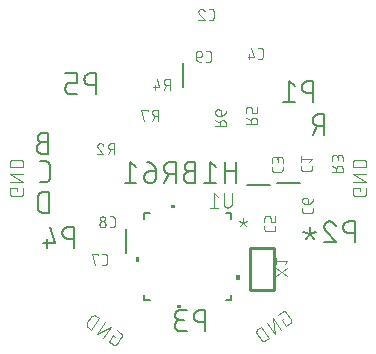
<source format=gbr>
G04 EAGLE Gerber RS-274X export*
G75*
%MOMM*%
%FSLAX34Y34*%
%LPD*%
%INSilkscreen Bottom*%
%IPPOS*%
%AMOC8*
5,1,8,0,0,1.08239X$1,22.5*%
G01*
%ADD10C,0.152400*%
%ADD11C,0.101600*%
%ADD12C,0.076200*%
%ADD13C,0.254000*%

G36*
X335479Y320423D02*
X335479Y320423D01*
X335481Y320422D01*
X335524Y320442D01*
X335568Y320460D01*
X335568Y320462D01*
X335570Y320463D01*
X335603Y320548D01*
X335603Y323088D01*
X335602Y323090D01*
X335603Y323092D01*
X335583Y323135D01*
X335565Y323179D01*
X335563Y323179D01*
X335562Y323181D01*
X335477Y323214D01*
X331667Y323214D01*
X331665Y323213D01*
X331663Y323214D01*
X331620Y323194D01*
X331576Y323176D01*
X331576Y323174D01*
X331574Y323173D01*
X331541Y323088D01*
X331541Y320548D01*
X331542Y320546D01*
X331541Y320544D01*
X331561Y320501D01*
X331579Y320457D01*
X331581Y320457D01*
X331582Y320455D01*
X331667Y320422D01*
X335477Y320422D01*
X335479Y320423D01*
G37*
G36*
X304929Y274869D02*
X304929Y274869D01*
X304931Y274868D01*
X304974Y274888D01*
X305018Y274906D01*
X305018Y274908D01*
X305020Y274909D01*
X305053Y274994D01*
X305053Y278804D01*
X305052Y278806D01*
X305053Y278808D01*
X305033Y278851D01*
X305015Y278895D01*
X305013Y278895D01*
X305012Y278897D01*
X304927Y278930D01*
X302387Y278930D01*
X302385Y278929D01*
X302383Y278930D01*
X302340Y278910D01*
X302296Y278892D01*
X302296Y278890D01*
X302294Y278889D01*
X302261Y278804D01*
X302261Y274994D01*
X302262Y274992D01*
X302261Y274990D01*
X302281Y274947D01*
X302299Y274903D01*
X302301Y274903D01*
X302302Y274901D01*
X302387Y274868D01*
X304927Y274868D01*
X304929Y274869D01*
G37*
G36*
X389765Y259866D02*
X389765Y259866D01*
X389767Y259865D01*
X389810Y259885D01*
X389854Y259903D01*
X389854Y259905D01*
X389856Y259906D01*
X389889Y259991D01*
X389889Y263801D01*
X389888Y263803D01*
X389889Y263805D01*
X389869Y263848D01*
X389851Y263892D01*
X389849Y263892D01*
X389848Y263894D01*
X389763Y263927D01*
X387223Y263927D01*
X387221Y263926D01*
X387219Y263927D01*
X387176Y263907D01*
X387132Y263889D01*
X387132Y263887D01*
X387130Y263886D01*
X387097Y263801D01*
X387097Y259991D01*
X387098Y259989D01*
X387097Y259987D01*
X387117Y259944D01*
X387135Y259900D01*
X387137Y259900D01*
X387138Y259898D01*
X387223Y259865D01*
X389763Y259865D01*
X389765Y259866D01*
G37*
G36*
X340480Y235587D02*
X340480Y235587D01*
X340482Y235586D01*
X340525Y235606D01*
X340569Y235624D01*
X340569Y235626D01*
X340571Y235627D01*
X340604Y235712D01*
X340604Y238252D01*
X340603Y238254D01*
X340604Y238256D01*
X340584Y238299D01*
X340566Y238343D01*
X340564Y238343D01*
X340563Y238345D01*
X340478Y238378D01*
X336668Y238378D01*
X336666Y238377D01*
X336664Y238378D01*
X336621Y238358D01*
X336577Y238340D01*
X336577Y238338D01*
X336575Y238337D01*
X336542Y238252D01*
X336542Y235712D01*
X336543Y235710D01*
X336542Y235708D01*
X336562Y235665D01*
X336580Y235621D01*
X336582Y235621D01*
X336583Y235619D01*
X336668Y235586D01*
X340478Y235586D01*
X340480Y235587D01*
G37*
D10*
X228021Y376435D02*
X223082Y376435D01*
X222942Y376433D01*
X222803Y376427D01*
X222663Y376417D01*
X222524Y376403D01*
X222385Y376386D01*
X222247Y376364D01*
X222110Y376338D01*
X221973Y376309D01*
X221837Y376276D01*
X221703Y376239D01*
X221569Y376198D01*
X221437Y376153D01*
X221305Y376104D01*
X221176Y376052D01*
X221048Y375997D01*
X220921Y375937D01*
X220796Y375874D01*
X220673Y375808D01*
X220552Y375738D01*
X220433Y375665D01*
X220316Y375588D01*
X220202Y375508D01*
X220089Y375425D01*
X219979Y375339D01*
X219872Y375249D01*
X219767Y375157D01*
X219665Y375062D01*
X219565Y374964D01*
X219468Y374863D01*
X219374Y374759D01*
X219284Y374653D01*
X219196Y374544D01*
X219111Y374433D01*
X219030Y374319D01*
X218951Y374204D01*
X218876Y374086D01*
X218805Y373966D01*
X218737Y373843D01*
X218672Y373720D01*
X218611Y373594D01*
X218553Y373466D01*
X218499Y373338D01*
X218449Y373207D01*
X218402Y373075D01*
X218359Y372942D01*
X218320Y372808D01*
X218285Y372673D01*
X218254Y372537D01*
X218226Y372399D01*
X218203Y372262D01*
X218183Y372123D01*
X218167Y371984D01*
X218155Y371845D01*
X218147Y371706D01*
X218143Y371566D01*
X218143Y371426D01*
X218147Y371286D01*
X218155Y371147D01*
X218167Y371008D01*
X218183Y370869D01*
X218203Y370730D01*
X218226Y370593D01*
X218254Y370455D01*
X218285Y370319D01*
X218320Y370184D01*
X218359Y370050D01*
X218402Y369917D01*
X218449Y369785D01*
X218499Y369654D01*
X218553Y369526D01*
X218611Y369398D01*
X218672Y369272D01*
X218737Y369149D01*
X218805Y369027D01*
X218876Y368906D01*
X218951Y368788D01*
X219030Y368673D01*
X219111Y368559D01*
X219196Y368448D01*
X219284Y368339D01*
X219374Y368233D01*
X219468Y368129D01*
X219565Y368028D01*
X219665Y367930D01*
X219767Y367835D01*
X219872Y367743D01*
X219979Y367653D01*
X220089Y367567D01*
X220202Y367484D01*
X220316Y367404D01*
X220433Y367327D01*
X220552Y367254D01*
X220673Y367184D01*
X220796Y367118D01*
X220921Y367055D01*
X221048Y366995D01*
X221176Y366940D01*
X221305Y366888D01*
X221437Y366839D01*
X221569Y366794D01*
X221703Y366753D01*
X221837Y366716D01*
X221973Y366683D01*
X222110Y366654D01*
X222247Y366628D01*
X222385Y366606D01*
X222524Y366589D01*
X222663Y366575D01*
X222803Y366565D01*
X222942Y366559D01*
X223082Y366557D01*
X223082Y366558D02*
X228021Y366558D01*
X228021Y384338D01*
X223082Y384338D01*
X223082Y384337D02*
X222958Y384335D01*
X222834Y384329D01*
X222710Y384319D01*
X222587Y384306D01*
X222464Y384288D01*
X222342Y384267D01*
X222220Y384242D01*
X222099Y384213D01*
X221980Y384180D01*
X221861Y384144D01*
X221744Y384103D01*
X221628Y384060D01*
X221513Y384012D01*
X221400Y383961D01*
X221288Y383906D01*
X221179Y383848D01*
X221071Y383787D01*
X220965Y383722D01*
X220861Y383654D01*
X220760Y383582D01*
X220660Y383508D01*
X220564Y383430D01*
X220469Y383350D01*
X220377Y383266D01*
X220288Y383180D01*
X220202Y383091D01*
X220118Y382999D01*
X220038Y382904D01*
X219960Y382808D01*
X219886Y382708D01*
X219814Y382607D01*
X219746Y382503D01*
X219681Y382397D01*
X219620Y382289D01*
X219562Y382180D01*
X219507Y382068D01*
X219456Y381955D01*
X219408Y381840D01*
X219365Y381724D01*
X219324Y381607D01*
X219288Y381488D01*
X219255Y381369D01*
X219226Y381248D01*
X219201Y381126D01*
X219180Y381004D01*
X219162Y380881D01*
X219149Y380758D01*
X219139Y380634D01*
X219133Y380510D01*
X219131Y380386D01*
X219133Y380262D01*
X219139Y380138D01*
X219149Y380014D01*
X219162Y379891D01*
X219180Y379768D01*
X219201Y379646D01*
X219226Y379524D01*
X219255Y379403D01*
X219288Y379284D01*
X219324Y379165D01*
X219365Y379048D01*
X219408Y378932D01*
X219456Y378817D01*
X219507Y378704D01*
X219562Y378592D01*
X219620Y378483D01*
X219681Y378375D01*
X219746Y378269D01*
X219814Y378165D01*
X219886Y378064D01*
X219960Y377964D01*
X220038Y377868D01*
X220118Y377773D01*
X220202Y377681D01*
X220288Y377592D01*
X220377Y377506D01*
X220469Y377422D01*
X220564Y377342D01*
X220660Y377264D01*
X220760Y377190D01*
X220861Y377118D01*
X220965Y377050D01*
X221071Y376985D01*
X221179Y376924D01*
X221288Y376866D01*
X221400Y376811D01*
X221513Y376760D01*
X221628Y376712D01*
X221744Y376669D01*
X221861Y376628D01*
X221980Y376592D01*
X222099Y376559D01*
X222220Y376530D01*
X222342Y376505D01*
X222464Y376484D01*
X222587Y376466D01*
X222710Y376453D01*
X222834Y376443D01*
X222958Y376437D01*
X223082Y376435D01*
X461650Y382290D02*
X461650Y400070D01*
X456711Y400070D01*
X456571Y400068D01*
X456432Y400062D01*
X456292Y400052D01*
X456153Y400038D01*
X456014Y400021D01*
X455876Y399999D01*
X455739Y399973D01*
X455602Y399944D01*
X455466Y399911D01*
X455332Y399874D01*
X455198Y399833D01*
X455066Y399788D01*
X454934Y399739D01*
X454805Y399687D01*
X454677Y399632D01*
X454550Y399572D01*
X454425Y399509D01*
X454302Y399443D01*
X454181Y399373D01*
X454062Y399300D01*
X453945Y399223D01*
X453831Y399143D01*
X453718Y399060D01*
X453608Y398974D01*
X453501Y398884D01*
X453396Y398792D01*
X453294Y398697D01*
X453194Y398599D01*
X453097Y398498D01*
X453003Y398394D01*
X452913Y398288D01*
X452825Y398179D01*
X452740Y398068D01*
X452659Y397954D01*
X452580Y397839D01*
X452505Y397721D01*
X452434Y397601D01*
X452366Y397478D01*
X452301Y397355D01*
X452240Y397229D01*
X452182Y397101D01*
X452128Y396973D01*
X452078Y396842D01*
X452031Y396710D01*
X451988Y396577D01*
X451949Y396443D01*
X451914Y396308D01*
X451883Y396172D01*
X451855Y396034D01*
X451832Y395897D01*
X451812Y395758D01*
X451796Y395619D01*
X451784Y395480D01*
X451776Y395341D01*
X451772Y395201D01*
X451772Y395061D01*
X451776Y394921D01*
X451784Y394782D01*
X451796Y394643D01*
X451812Y394504D01*
X451832Y394365D01*
X451855Y394228D01*
X451883Y394090D01*
X451914Y393954D01*
X451949Y393819D01*
X451988Y393685D01*
X452031Y393552D01*
X452078Y393420D01*
X452128Y393289D01*
X452182Y393161D01*
X452240Y393033D01*
X452301Y392907D01*
X452366Y392784D01*
X452434Y392662D01*
X452505Y392541D01*
X452580Y392423D01*
X452659Y392308D01*
X452740Y392194D01*
X452825Y392083D01*
X452913Y391974D01*
X453003Y391868D01*
X453097Y391764D01*
X453194Y391663D01*
X453294Y391565D01*
X453396Y391470D01*
X453501Y391378D01*
X453608Y391288D01*
X453718Y391202D01*
X453831Y391119D01*
X453945Y391039D01*
X454062Y390962D01*
X454181Y390889D01*
X454302Y390819D01*
X454425Y390753D01*
X454550Y390690D01*
X454677Y390630D01*
X454805Y390575D01*
X454934Y390523D01*
X455066Y390474D01*
X455198Y390429D01*
X455332Y390388D01*
X455466Y390351D01*
X455602Y390318D01*
X455739Y390289D01*
X455876Y390263D01*
X456014Y390241D01*
X456153Y390224D01*
X456292Y390210D01*
X456432Y390200D01*
X456571Y390194D01*
X456711Y390192D01*
X456711Y390193D02*
X461650Y390193D01*
X455723Y390193D02*
X451772Y382290D01*
X228945Y334505D02*
X228945Y316725D01*
X228945Y334505D02*
X224007Y334505D01*
X223868Y334503D01*
X223730Y334497D01*
X223592Y334488D01*
X223454Y334474D01*
X223317Y334457D01*
X223180Y334435D01*
X223043Y334410D01*
X222908Y334381D01*
X222773Y334348D01*
X222640Y334312D01*
X222507Y334272D01*
X222376Y334228D01*
X222246Y334180D01*
X222117Y334129D01*
X221990Y334074D01*
X221864Y334016D01*
X221740Y333954D01*
X221618Y333889D01*
X221498Y333820D01*
X221379Y333748D01*
X221263Y333673D01*
X221149Y333594D01*
X221037Y333512D01*
X220928Y333427D01*
X220820Y333340D01*
X220716Y333249D01*
X220614Y333155D01*
X220515Y333058D01*
X220418Y332959D01*
X220324Y332857D01*
X220233Y332753D01*
X220146Y332645D01*
X220061Y332536D01*
X219979Y332424D01*
X219900Y332310D01*
X219825Y332194D01*
X219753Y332075D01*
X219684Y331955D01*
X219619Y331833D01*
X219557Y331709D01*
X219499Y331583D01*
X219444Y331456D01*
X219393Y331327D01*
X219345Y331197D01*
X219301Y331066D01*
X219261Y330933D01*
X219225Y330800D01*
X219192Y330665D01*
X219163Y330530D01*
X219138Y330393D01*
X219116Y330256D01*
X219099Y330119D01*
X219085Y329981D01*
X219076Y329843D01*
X219070Y329705D01*
X219068Y329566D01*
X219068Y321664D01*
X219070Y321525D01*
X219076Y321387D01*
X219085Y321249D01*
X219099Y321111D01*
X219116Y320974D01*
X219138Y320837D01*
X219163Y320700D01*
X219192Y320565D01*
X219225Y320430D01*
X219261Y320297D01*
X219301Y320164D01*
X219345Y320033D01*
X219393Y319903D01*
X219444Y319774D01*
X219499Y319647D01*
X219557Y319521D01*
X219619Y319397D01*
X219684Y319275D01*
X219753Y319155D01*
X219825Y319036D01*
X219900Y318920D01*
X219979Y318806D01*
X220061Y318694D01*
X220146Y318585D01*
X220233Y318477D01*
X220324Y318373D01*
X220418Y318271D01*
X220515Y318172D01*
X220614Y318075D01*
X220716Y317981D01*
X220820Y317890D01*
X220928Y317803D01*
X221037Y317718D01*
X221149Y317636D01*
X221263Y317557D01*
X221379Y317482D01*
X221498Y317410D01*
X221618Y317341D01*
X221740Y317276D01*
X221864Y317214D01*
X221990Y317156D01*
X222117Y317101D01*
X222246Y317050D01*
X222376Y317002D01*
X222507Y316958D01*
X222640Y316918D01*
X222773Y316882D01*
X222908Y316849D01*
X223043Y316820D01*
X223180Y316795D01*
X223317Y316773D01*
X223454Y316756D01*
X223592Y316742D01*
X223730Y316733D01*
X223868Y316727D01*
X224007Y316725D01*
X228945Y316725D01*
X225276Y342603D02*
X221325Y342603D01*
X225276Y342603D02*
X225400Y342605D01*
X225524Y342611D01*
X225648Y342621D01*
X225771Y342634D01*
X225894Y342652D01*
X226016Y342673D01*
X226138Y342698D01*
X226259Y342727D01*
X226378Y342760D01*
X226497Y342796D01*
X226614Y342837D01*
X226730Y342880D01*
X226845Y342928D01*
X226958Y342979D01*
X227070Y343034D01*
X227179Y343092D01*
X227287Y343153D01*
X227393Y343218D01*
X227497Y343286D01*
X227598Y343358D01*
X227698Y343432D01*
X227794Y343510D01*
X227889Y343590D01*
X227981Y343674D01*
X228070Y343760D01*
X228156Y343849D01*
X228240Y343941D01*
X228320Y344036D01*
X228398Y344132D01*
X228472Y344232D01*
X228544Y344333D01*
X228612Y344437D01*
X228677Y344543D01*
X228738Y344651D01*
X228796Y344760D01*
X228851Y344872D01*
X228902Y344985D01*
X228950Y345100D01*
X228993Y345216D01*
X229034Y345333D01*
X229070Y345452D01*
X229103Y345571D01*
X229132Y345692D01*
X229157Y345814D01*
X229178Y345936D01*
X229196Y346059D01*
X229209Y346182D01*
X229219Y346306D01*
X229225Y346430D01*
X229227Y346554D01*
X229227Y356432D01*
X229225Y356556D01*
X229219Y356680D01*
X229209Y356804D01*
X229196Y356927D01*
X229178Y357050D01*
X229157Y357172D01*
X229132Y357294D01*
X229103Y357415D01*
X229070Y357534D01*
X229034Y357653D01*
X228993Y357770D01*
X228950Y357886D01*
X228902Y358001D01*
X228851Y358114D01*
X228796Y358226D01*
X228738Y358335D01*
X228677Y358443D01*
X228612Y358549D01*
X228544Y358653D01*
X228472Y358754D01*
X228398Y358854D01*
X228320Y358950D01*
X228240Y359045D01*
X228156Y359137D01*
X228070Y359226D01*
X227981Y359312D01*
X227889Y359396D01*
X227794Y359476D01*
X227698Y359554D01*
X227598Y359628D01*
X227497Y359700D01*
X227393Y359768D01*
X227287Y359833D01*
X227179Y359894D01*
X227070Y359952D01*
X226958Y360007D01*
X226845Y360058D01*
X226731Y360106D01*
X226614Y360149D01*
X226497Y360190D01*
X226378Y360226D01*
X226259Y360259D01*
X226138Y360288D01*
X226016Y360313D01*
X225894Y360334D01*
X225771Y360352D01*
X225648Y360365D01*
X225524Y360375D01*
X225400Y360381D01*
X225276Y360383D01*
X221325Y360383D01*
D11*
X492049Y337254D02*
X492049Y335306D01*
X492049Y337254D02*
X485558Y337254D01*
X485558Y333359D01*
X485560Y333260D01*
X485566Y333160D01*
X485575Y333061D01*
X485588Y332963D01*
X485605Y332865D01*
X485626Y332767D01*
X485651Y332671D01*
X485679Y332576D01*
X485711Y332482D01*
X485746Y332389D01*
X485785Y332297D01*
X485828Y332207D01*
X485873Y332119D01*
X485923Y332032D01*
X485975Y331948D01*
X486031Y331865D01*
X486089Y331785D01*
X486151Y331707D01*
X486216Y331632D01*
X486284Y331559D01*
X486354Y331489D01*
X486427Y331421D01*
X486502Y331356D01*
X486580Y331294D01*
X486660Y331236D01*
X486743Y331180D01*
X486827Y331128D01*
X486914Y331078D01*
X487002Y331033D01*
X487092Y330990D01*
X487184Y330951D01*
X487277Y330916D01*
X487371Y330884D01*
X487466Y330856D01*
X487562Y330831D01*
X487660Y330810D01*
X487758Y330793D01*
X487856Y330780D01*
X487955Y330771D01*
X488055Y330765D01*
X488154Y330763D01*
X494646Y330763D01*
X494745Y330765D01*
X494845Y330771D01*
X494944Y330780D01*
X495042Y330793D01*
X495140Y330810D01*
X495238Y330831D01*
X495334Y330856D01*
X495429Y330884D01*
X495523Y330916D01*
X495616Y330951D01*
X495708Y330990D01*
X495798Y331033D01*
X495886Y331078D01*
X495973Y331128D01*
X496057Y331180D01*
X496140Y331236D01*
X496220Y331294D01*
X496298Y331356D01*
X496373Y331421D01*
X496446Y331489D01*
X496516Y331559D01*
X496584Y331632D01*
X496649Y331707D01*
X496711Y331785D01*
X496769Y331865D01*
X496825Y331948D01*
X496877Y332032D01*
X496927Y332119D01*
X496972Y332207D01*
X497015Y332297D01*
X497054Y332389D01*
X497089Y332481D01*
X497121Y332576D01*
X497149Y332671D01*
X497174Y332767D01*
X497195Y332865D01*
X497212Y332963D01*
X497225Y333061D01*
X497234Y333160D01*
X497240Y333260D01*
X497242Y333359D01*
X497242Y337254D01*
X497242Y342954D02*
X485558Y342954D01*
X485558Y349446D02*
X497242Y342954D01*
X497242Y349446D02*
X485558Y349446D01*
X485558Y355146D02*
X497242Y355146D01*
X497242Y358392D01*
X497240Y358505D01*
X497234Y358618D01*
X497224Y358731D01*
X497210Y358844D01*
X497193Y358956D01*
X497171Y359067D01*
X497146Y359177D01*
X497116Y359287D01*
X497083Y359395D01*
X497046Y359502D01*
X497006Y359608D01*
X496961Y359712D01*
X496913Y359815D01*
X496862Y359916D01*
X496807Y360015D01*
X496749Y360112D01*
X496687Y360207D01*
X496622Y360300D01*
X496554Y360390D01*
X496483Y360478D01*
X496408Y360564D01*
X496331Y360647D01*
X496251Y360727D01*
X496168Y360804D01*
X496082Y360879D01*
X495994Y360950D01*
X495904Y361018D01*
X495811Y361083D01*
X495716Y361145D01*
X495619Y361203D01*
X495520Y361258D01*
X495419Y361309D01*
X495316Y361357D01*
X495212Y361402D01*
X495106Y361442D01*
X494999Y361479D01*
X494891Y361512D01*
X494781Y361542D01*
X494671Y361567D01*
X494560Y361589D01*
X494448Y361606D01*
X494335Y361620D01*
X494222Y361630D01*
X494109Y361636D01*
X493996Y361638D01*
X488804Y361638D01*
X488691Y361636D01*
X488578Y361630D01*
X488465Y361620D01*
X488352Y361606D01*
X488240Y361589D01*
X488129Y361567D01*
X488019Y361542D01*
X487909Y361512D01*
X487801Y361479D01*
X487694Y361442D01*
X487588Y361402D01*
X487484Y361357D01*
X487381Y361309D01*
X487280Y361258D01*
X487181Y361203D01*
X487084Y361145D01*
X486989Y361083D01*
X486896Y361018D01*
X486806Y360950D01*
X486718Y360879D01*
X486632Y360804D01*
X486549Y360727D01*
X486469Y360647D01*
X486392Y360564D01*
X486317Y360478D01*
X486246Y360390D01*
X486178Y360300D01*
X486113Y360207D01*
X486051Y360112D01*
X485993Y360015D01*
X485938Y359916D01*
X485887Y359815D01*
X485839Y359712D01*
X485794Y359608D01*
X485754Y359502D01*
X485717Y359395D01*
X485684Y359287D01*
X485654Y359177D01*
X485629Y359067D01*
X485607Y358956D01*
X485590Y358844D01*
X485576Y358731D01*
X485566Y358618D01*
X485560Y358505D01*
X485558Y358392D01*
X485558Y355146D01*
X427351Y227280D02*
X425756Y226163D01*
X429479Y220846D01*
X432670Y223080D01*
X432669Y223080D02*
X432749Y223139D01*
X432827Y223201D01*
X432903Y223265D01*
X432976Y223333D01*
X433047Y223403D01*
X433114Y223476D01*
X433179Y223551D01*
X433241Y223629D01*
X433300Y223709D01*
X433356Y223791D01*
X433409Y223876D01*
X433458Y223962D01*
X433504Y224050D01*
X433547Y224140D01*
X433586Y224231D01*
X433621Y224324D01*
X433653Y224418D01*
X433682Y224514D01*
X433706Y224610D01*
X433727Y224707D01*
X433745Y224805D01*
X433758Y224904D01*
X433768Y225003D01*
X433774Y225102D01*
X433776Y225201D01*
X433774Y225301D01*
X433769Y225400D01*
X433759Y225499D01*
X433746Y225598D01*
X433730Y225696D01*
X433709Y225793D01*
X433685Y225890D01*
X433657Y225985D01*
X433625Y226079D01*
X433590Y226172D01*
X433551Y226264D01*
X433509Y226354D01*
X433463Y226442D01*
X433414Y226529D01*
X433362Y226613D01*
X433307Y226696D01*
X429584Y232013D01*
X429525Y232093D01*
X429463Y232171D01*
X429399Y232247D01*
X429331Y232320D01*
X429261Y232391D01*
X429188Y232458D01*
X429113Y232523D01*
X429035Y232585D01*
X428955Y232644D01*
X428873Y232700D01*
X428788Y232753D01*
X428702Y232802D01*
X428614Y232848D01*
X428524Y232891D01*
X428433Y232930D01*
X428340Y232965D01*
X428246Y232997D01*
X428150Y233026D01*
X428054Y233050D01*
X427957Y233071D01*
X427859Y233089D01*
X427760Y233102D01*
X427661Y233112D01*
X427562Y233118D01*
X427463Y233120D01*
X427363Y233118D01*
X427264Y233113D01*
X427165Y233104D01*
X427066Y233090D01*
X426968Y233074D01*
X426871Y233053D01*
X426774Y233029D01*
X426679Y233001D01*
X426585Y232969D01*
X426492Y232934D01*
X426400Y232895D01*
X426310Y232853D01*
X426222Y232807D01*
X426135Y232758D01*
X426051Y232706D01*
X425968Y232651D01*
X422778Y230417D01*
X418108Y227147D02*
X424809Y217576D01*
X419492Y213853D02*
X418108Y227147D01*
X412791Y223424D02*
X419492Y213853D01*
X414822Y210583D02*
X408121Y220154D01*
X405462Y218292D01*
X405462Y218293D02*
X405371Y218226D01*
X405281Y218157D01*
X405194Y218084D01*
X405110Y218008D01*
X405029Y217929D01*
X404950Y217848D01*
X404874Y217764D01*
X404801Y217677D01*
X404732Y217588D01*
X404665Y217496D01*
X404602Y217402D01*
X404542Y217306D01*
X404485Y217208D01*
X404432Y217108D01*
X404382Y217006D01*
X404336Y216902D01*
X404294Y216797D01*
X404255Y216691D01*
X404220Y216583D01*
X404189Y216474D01*
X404161Y216364D01*
X404138Y216253D01*
X404118Y216142D01*
X404102Y216030D01*
X404090Y215917D01*
X404082Y215804D01*
X404078Y215691D01*
X404078Y215577D01*
X404082Y215464D01*
X404090Y215351D01*
X404102Y215238D01*
X404118Y215126D01*
X404138Y215015D01*
X404161Y214904D01*
X404189Y214794D01*
X404220Y214685D01*
X404255Y214577D01*
X404294Y214471D01*
X404336Y214366D01*
X404382Y214262D01*
X404432Y214160D01*
X404485Y214060D01*
X404542Y213962D01*
X404602Y213866D01*
X404665Y213772D01*
X407644Y209518D01*
X407643Y209518D02*
X407710Y209427D01*
X407779Y209337D01*
X407852Y209250D01*
X407928Y209166D01*
X408007Y209085D01*
X408088Y209006D01*
X408172Y208930D01*
X408259Y208857D01*
X408349Y208788D01*
X408440Y208721D01*
X408534Y208658D01*
X408630Y208598D01*
X408728Y208541D01*
X408828Y208488D01*
X408930Y208438D01*
X409034Y208392D01*
X409139Y208350D01*
X409245Y208311D01*
X409353Y208276D01*
X409462Y208245D01*
X409572Y208217D01*
X409683Y208194D01*
X409794Y208174D01*
X409906Y208158D01*
X410019Y208146D01*
X410132Y208138D01*
X410245Y208134D01*
X410359Y208134D01*
X410472Y208138D01*
X410585Y208146D01*
X410698Y208158D01*
X410810Y208174D01*
X410921Y208194D01*
X411032Y208217D01*
X411142Y208245D01*
X411251Y208276D01*
X411359Y208311D01*
X411465Y208350D01*
X411570Y208392D01*
X411674Y208438D01*
X411776Y208488D01*
X411876Y208541D01*
X411974Y208598D01*
X412070Y208658D01*
X412164Y208721D01*
X414822Y210583D01*
X284484Y211608D02*
X282888Y212725D01*
X279165Y207408D01*
X282356Y205174D01*
X282439Y205119D01*
X282523Y205067D01*
X282610Y205018D01*
X282698Y204972D01*
X282788Y204930D01*
X282880Y204891D01*
X282973Y204856D01*
X283067Y204824D01*
X283162Y204796D01*
X283259Y204772D01*
X283356Y204751D01*
X283454Y204735D01*
X283553Y204721D01*
X283652Y204712D01*
X283751Y204707D01*
X283851Y204705D01*
X283950Y204707D01*
X284049Y204713D01*
X284148Y204723D01*
X284247Y204736D01*
X284345Y204754D01*
X284442Y204775D01*
X284538Y204799D01*
X284634Y204828D01*
X284728Y204860D01*
X284821Y204895D01*
X284912Y204934D01*
X285002Y204977D01*
X285090Y205023D01*
X285176Y205072D01*
X285261Y205125D01*
X285343Y205181D01*
X285423Y205240D01*
X285501Y205302D01*
X285576Y205367D01*
X285649Y205434D01*
X285719Y205505D01*
X285787Y205578D01*
X285851Y205654D01*
X285913Y205732D01*
X285972Y205812D01*
X289695Y211129D01*
X289750Y211212D01*
X289802Y211296D01*
X289851Y211383D01*
X289897Y211471D01*
X289939Y211561D01*
X289978Y211653D01*
X290013Y211746D01*
X290045Y211840D01*
X290073Y211935D01*
X290097Y212032D01*
X290118Y212129D01*
X290134Y212227D01*
X290148Y212326D01*
X290157Y212425D01*
X290162Y212524D01*
X290164Y212624D01*
X290162Y212723D01*
X290156Y212822D01*
X290146Y212921D01*
X290133Y213020D01*
X290115Y213118D01*
X290094Y213215D01*
X290070Y213311D01*
X290041Y213407D01*
X290009Y213501D01*
X289974Y213594D01*
X289935Y213685D01*
X289892Y213775D01*
X289846Y213863D01*
X289797Y213949D01*
X289744Y214034D01*
X289688Y214116D01*
X289629Y214196D01*
X289567Y214274D01*
X289502Y214349D01*
X289435Y214422D01*
X289364Y214492D01*
X289291Y214560D01*
X289215Y214624D01*
X289137Y214686D01*
X289057Y214745D01*
X285867Y216979D01*
X281197Y220249D02*
X274495Y210678D01*
X269178Y214401D02*
X281197Y220249D01*
X275880Y223972D02*
X269178Y214401D01*
X264508Y217671D02*
X271210Y227242D01*
X268551Y229103D01*
X268552Y229104D02*
X268458Y229167D01*
X268362Y229227D01*
X268264Y229284D01*
X268164Y229337D01*
X268062Y229387D01*
X267958Y229433D01*
X267853Y229475D01*
X267747Y229514D01*
X267639Y229549D01*
X267530Y229580D01*
X267420Y229608D01*
X267309Y229631D01*
X267198Y229651D01*
X267086Y229667D01*
X266973Y229679D01*
X266860Y229687D01*
X266747Y229691D01*
X266633Y229691D01*
X266520Y229687D01*
X266407Y229679D01*
X266294Y229667D01*
X266182Y229651D01*
X266071Y229631D01*
X265960Y229608D01*
X265850Y229580D01*
X265741Y229549D01*
X265633Y229514D01*
X265527Y229475D01*
X265422Y229433D01*
X265318Y229387D01*
X265216Y229337D01*
X265116Y229284D01*
X265018Y229227D01*
X264922Y229167D01*
X264828Y229104D01*
X264737Y229037D01*
X264647Y228968D01*
X264560Y228895D01*
X264476Y228819D01*
X264395Y228740D01*
X264316Y228659D01*
X264240Y228575D01*
X264167Y228488D01*
X264098Y228399D01*
X264031Y228307D01*
X264031Y228306D02*
X261053Y224053D01*
X261052Y224053D02*
X260989Y223959D01*
X260929Y223863D01*
X260872Y223765D01*
X260819Y223665D01*
X260769Y223563D01*
X260723Y223459D01*
X260681Y223354D01*
X260642Y223248D01*
X260607Y223140D01*
X260576Y223031D01*
X260548Y222921D01*
X260525Y222810D01*
X260505Y222699D01*
X260489Y222587D01*
X260477Y222474D01*
X260469Y222361D01*
X260465Y222248D01*
X260465Y222134D01*
X260469Y222021D01*
X260477Y221908D01*
X260489Y221795D01*
X260505Y221683D01*
X260525Y221572D01*
X260548Y221461D01*
X260576Y221351D01*
X260607Y221242D01*
X260642Y221134D01*
X260681Y221028D01*
X260723Y220923D01*
X260769Y220819D01*
X260819Y220717D01*
X260872Y220617D01*
X260929Y220519D01*
X260989Y220423D01*
X261052Y220329D01*
X261119Y220237D01*
X261188Y220148D01*
X261261Y220061D01*
X261337Y219977D01*
X261416Y219896D01*
X261497Y219817D01*
X261581Y219741D01*
X261668Y219668D01*
X261758Y219599D01*
X261849Y219532D01*
X261850Y219532D02*
X264508Y217671D01*
X201649Y335306D02*
X201649Y337254D01*
X195158Y337254D01*
X195158Y333359D01*
X195160Y333260D01*
X195166Y333160D01*
X195175Y333061D01*
X195188Y332963D01*
X195205Y332865D01*
X195226Y332767D01*
X195251Y332671D01*
X195279Y332576D01*
X195311Y332482D01*
X195346Y332389D01*
X195385Y332297D01*
X195428Y332207D01*
X195473Y332119D01*
X195523Y332032D01*
X195575Y331948D01*
X195631Y331865D01*
X195689Y331785D01*
X195751Y331707D01*
X195816Y331632D01*
X195884Y331559D01*
X195954Y331489D01*
X196027Y331421D01*
X196102Y331356D01*
X196180Y331294D01*
X196260Y331236D01*
X196343Y331180D01*
X196427Y331128D01*
X196514Y331078D01*
X196602Y331033D01*
X196692Y330990D01*
X196784Y330951D01*
X196877Y330916D01*
X196971Y330884D01*
X197066Y330856D01*
X197162Y330831D01*
X197260Y330810D01*
X197358Y330793D01*
X197456Y330780D01*
X197555Y330771D01*
X197655Y330765D01*
X197754Y330763D01*
X204246Y330763D01*
X204345Y330765D01*
X204445Y330771D01*
X204544Y330780D01*
X204642Y330793D01*
X204740Y330810D01*
X204838Y330831D01*
X204934Y330856D01*
X205029Y330884D01*
X205123Y330916D01*
X205216Y330951D01*
X205308Y330990D01*
X205398Y331033D01*
X205486Y331078D01*
X205573Y331128D01*
X205657Y331180D01*
X205740Y331236D01*
X205820Y331294D01*
X205898Y331356D01*
X205973Y331421D01*
X206046Y331489D01*
X206116Y331559D01*
X206184Y331632D01*
X206249Y331707D01*
X206311Y331785D01*
X206369Y331865D01*
X206425Y331948D01*
X206477Y332032D01*
X206527Y332119D01*
X206572Y332207D01*
X206615Y332297D01*
X206654Y332389D01*
X206689Y332481D01*
X206721Y332576D01*
X206749Y332671D01*
X206774Y332767D01*
X206795Y332865D01*
X206812Y332963D01*
X206825Y333061D01*
X206834Y333160D01*
X206840Y333260D01*
X206842Y333359D01*
X206842Y337254D01*
X206842Y342954D02*
X195158Y342954D01*
X195158Y349446D02*
X206842Y342954D01*
X206842Y349446D02*
X195158Y349446D01*
X195158Y355146D02*
X206842Y355146D01*
X206842Y358392D01*
X206840Y358505D01*
X206834Y358618D01*
X206824Y358731D01*
X206810Y358844D01*
X206793Y358956D01*
X206771Y359067D01*
X206746Y359177D01*
X206716Y359287D01*
X206683Y359395D01*
X206646Y359502D01*
X206606Y359608D01*
X206561Y359712D01*
X206513Y359815D01*
X206462Y359916D01*
X206407Y360015D01*
X206349Y360112D01*
X206287Y360207D01*
X206222Y360300D01*
X206154Y360390D01*
X206083Y360478D01*
X206008Y360564D01*
X205931Y360647D01*
X205851Y360727D01*
X205768Y360804D01*
X205682Y360879D01*
X205594Y360950D01*
X205504Y361018D01*
X205411Y361083D01*
X205316Y361145D01*
X205219Y361203D01*
X205120Y361258D01*
X205019Y361309D01*
X204916Y361357D01*
X204812Y361402D01*
X204706Y361442D01*
X204599Y361479D01*
X204491Y361512D01*
X204381Y361542D01*
X204271Y361567D01*
X204160Y361589D01*
X204048Y361606D01*
X203935Y361620D01*
X203822Y361630D01*
X203709Y361636D01*
X203596Y361638D01*
X198404Y361638D01*
X198291Y361636D01*
X198178Y361630D01*
X198065Y361620D01*
X197952Y361606D01*
X197840Y361589D01*
X197729Y361567D01*
X197619Y361542D01*
X197509Y361512D01*
X197401Y361479D01*
X197294Y361442D01*
X197188Y361402D01*
X197084Y361357D01*
X196981Y361309D01*
X196880Y361258D01*
X196781Y361203D01*
X196684Y361145D01*
X196589Y361083D01*
X196496Y361018D01*
X196406Y360950D01*
X196318Y360879D01*
X196232Y360804D01*
X196149Y360727D01*
X196069Y360647D01*
X195992Y360564D01*
X195917Y360478D01*
X195846Y360390D01*
X195778Y360300D01*
X195713Y360207D01*
X195651Y360112D01*
X195593Y360015D01*
X195538Y359916D01*
X195487Y359815D01*
X195439Y359712D01*
X195394Y359608D01*
X195354Y359502D01*
X195317Y359395D01*
X195284Y359287D01*
X195254Y359177D01*
X195229Y359067D01*
X195207Y358956D01*
X195190Y358844D01*
X195176Y358731D01*
X195166Y358618D01*
X195160Y358505D01*
X195158Y358392D01*
X195158Y355146D01*
D10*
X452456Y410303D02*
X452456Y428083D01*
X447518Y428083D01*
X447378Y428081D01*
X447239Y428075D01*
X447099Y428065D01*
X446960Y428051D01*
X446821Y428034D01*
X446683Y428012D01*
X446546Y427986D01*
X446409Y427957D01*
X446273Y427924D01*
X446139Y427887D01*
X446005Y427846D01*
X445873Y427801D01*
X445741Y427752D01*
X445612Y427700D01*
X445484Y427645D01*
X445357Y427585D01*
X445232Y427522D01*
X445109Y427456D01*
X444988Y427386D01*
X444869Y427313D01*
X444752Y427236D01*
X444638Y427156D01*
X444525Y427073D01*
X444415Y426987D01*
X444308Y426897D01*
X444203Y426805D01*
X444101Y426710D01*
X444001Y426612D01*
X443904Y426511D01*
X443810Y426407D01*
X443720Y426301D01*
X443632Y426192D01*
X443547Y426081D01*
X443466Y425967D01*
X443387Y425852D01*
X443312Y425734D01*
X443241Y425614D01*
X443173Y425491D01*
X443108Y425368D01*
X443047Y425242D01*
X442989Y425114D01*
X442935Y424986D01*
X442885Y424855D01*
X442838Y424723D01*
X442795Y424590D01*
X442756Y424456D01*
X442721Y424321D01*
X442690Y424185D01*
X442662Y424047D01*
X442639Y423910D01*
X442619Y423771D01*
X442603Y423632D01*
X442591Y423493D01*
X442583Y423354D01*
X442579Y423214D01*
X442579Y423074D01*
X442583Y422934D01*
X442591Y422795D01*
X442603Y422656D01*
X442619Y422517D01*
X442639Y422378D01*
X442662Y422241D01*
X442690Y422103D01*
X442721Y421967D01*
X442756Y421832D01*
X442795Y421698D01*
X442838Y421565D01*
X442885Y421433D01*
X442935Y421302D01*
X442989Y421174D01*
X443047Y421046D01*
X443108Y420920D01*
X443173Y420797D01*
X443241Y420675D01*
X443312Y420554D01*
X443387Y420436D01*
X443466Y420321D01*
X443547Y420207D01*
X443632Y420096D01*
X443720Y419987D01*
X443810Y419881D01*
X443904Y419777D01*
X444001Y419676D01*
X444101Y419578D01*
X444203Y419483D01*
X444308Y419391D01*
X444415Y419301D01*
X444525Y419215D01*
X444638Y419132D01*
X444752Y419052D01*
X444869Y418975D01*
X444988Y418902D01*
X445109Y418832D01*
X445232Y418766D01*
X445357Y418703D01*
X445484Y418643D01*
X445612Y418588D01*
X445741Y418536D01*
X445873Y418487D01*
X446005Y418442D01*
X446139Y418401D01*
X446273Y418364D01*
X446409Y418331D01*
X446546Y418302D01*
X446683Y418276D01*
X446821Y418254D01*
X446960Y418237D01*
X447099Y418223D01*
X447239Y418213D01*
X447378Y418207D01*
X447518Y418205D01*
X452456Y418205D01*
X436461Y424131D02*
X431522Y428083D01*
X431522Y410303D01*
X426584Y410303D02*
X436461Y410303D01*
X487431Y309352D02*
X487431Y291572D01*
X487431Y309352D02*
X482492Y309352D01*
X482352Y309350D01*
X482213Y309344D01*
X482073Y309334D01*
X481934Y309320D01*
X481795Y309303D01*
X481657Y309281D01*
X481520Y309255D01*
X481383Y309226D01*
X481247Y309193D01*
X481113Y309156D01*
X480979Y309115D01*
X480847Y309070D01*
X480715Y309021D01*
X480586Y308969D01*
X480458Y308914D01*
X480331Y308854D01*
X480206Y308791D01*
X480083Y308725D01*
X479962Y308655D01*
X479843Y308582D01*
X479726Y308505D01*
X479612Y308425D01*
X479499Y308342D01*
X479389Y308256D01*
X479282Y308166D01*
X479177Y308074D01*
X479075Y307979D01*
X478975Y307881D01*
X478878Y307780D01*
X478784Y307676D01*
X478694Y307570D01*
X478606Y307461D01*
X478521Y307350D01*
X478440Y307236D01*
X478361Y307121D01*
X478286Y307003D01*
X478215Y306883D01*
X478147Y306760D01*
X478082Y306637D01*
X478021Y306511D01*
X477963Y306383D01*
X477909Y306255D01*
X477859Y306124D01*
X477812Y305992D01*
X477769Y305859D01*
X477730Y305725D01*
X477695Y305590D01*
X477664Y305454D01*
X477636Y305316D01*
X477613Y305179D01*
X477593Y305040D01*
X477577Y304901D01*
X477565Y304762D01*
X477557Y304623D01*
X477553Y304483D01*
X477553Y304343D01*
X477557Y304203D01*
X477565Y304064D01*
X477577Y303925D01*
X477593Y303786D01*
X477613Y303647D01*
X477636Y303510D01*
X477664Y303372D01*
X477695Y303236D01*
X477730Y303101D01*
X477769Y302967D01*
X477812Y302834D01*
X477859Y302702D01*
X477909Y302571D01*
X477963Y302443D01*
X478021Y302315D01*
X478082Y302189D01*
X478147Y302066D01*
X478215Y301944D01*
X478286Y301823D01*
X478361Y301705D01*
X478440Y301590D01*
X478521Y301476D01*
X478606Y301365D01*
X478694Y301256D01*
X478784Y301150D01*
X478878Y301046D01*
X478975Y300945D01*
X479075Y300847D01*
X479177Y300752D01*
X479282Y300660D01*
X479389Y300570D01*
X479499Y300484D01*
X479612Y300401D01*
X479726Y300321D01*
X479843Y300244D01*
X479962Y300171D01*
X480083Y300101D01*
X480206Y300035D01*
X480331Y299972D01*
X480458Y299912D01*
X480586Y299857D01*
X480715Y299805D01*
X480847Y299756D01*
X480979Y299711D01*
X481113Y299670D01*
X481247Y299633D01*
X481383Y299600D01*
X481520Y299571D01*
X481657Y299545D01*
X481795Y299523D01*
X481934Y299506D01*
X482073Y299492D01*
X482213Y299482D01*
X482352Y299476D01*
X482492Y299474D01*
X487431Y299474D01*
X466003Y309352D02*
X465871Y309350D01*
X465740Y309344D01*
X465608Y309334D01*
X465477Y309321D01*
X465347Y309303D01*
X465217Y309282D01*
X465087Y309257D01*
X464959Y309228D01*
X464831Y309195D01*
X464705Y309158D01*
X464579Y309118D01*
X464455Y309074D01*
X464332Y309026D01*
X464211Y308975D01*
X464091Y308920D01*
X463973Y308862D01*
X463857Y308800D01*
X463743Y308734D01*
X463630Y308666D01*
X463520Y308594D01*
X463412Y308519D01*
X463306Y308440D01*
X463202Y308359D01*
X463101Y308274D01*
X463003Y308187D01*
X462907Y308096D01*
X462814Y308003D01*
X462723Y307907D01*
X462636Y307809D01*
X462551Y307708D01*
X462470Y307604D01*
X462391Y307498D01*
X462316Y307390D01*
X462244Y307280D01*
X462176Y307167D01*
X462110Y307053D01*
X462048Y306937D01*
X461990Y306819D01*
X461935Y306699D01*
X461884Y306578D01*
X461836Y306455D01*
X461792Y306331D01*
X461752Y306205D01*
X461715Y306079D01*
X461682Y305951D01*
X461653Y305823D01*
X461628Y305693D01*
X461607Y305563D01*
X461589Y305433D01*
X461576Y305302D01*
X461566Y305170D01*
X461560Y305039D01*
X461558Y304907D01*
X466003Y309352D02*
X466153Y309350D01*
X466302Y309344D01*
X466451Y309334D01*
X466600Y309321D01*
X466749Y309303D01*
X466897Y309282D01*
X467045Y309256D01*
X467191Y309227D01*
X467337Y309194D01*
X467482Y309157D01*
X467626Y309116D01*
X467769Y309072D01*
X467911Y309024D01*
X468051Y308972D01*
X468190Y308917D01*
X468328Y308858D01*
X468463Y308795D01*
X468598Y308729D01*
X468730Y308659D01*
X468860Y308586D01*
X468989Y308509D01*
X469116Y308429D01*
X469240Y308346D01*
X469362Y308260D01*
X469482Y308170D01*
X469599Y308077D01*
X469714Y307982D01*
X469827Y307883D01*
X469937Y307781D01*
X470044Y307677D01*
X470148Y307570D01*
X470250Y307460D01*
X470348Y307347D01*
X470444Y307232D01*
X470536Y307114D01*
X470626Y306994D01*
X470712Y306872D01*
X470795Y306748D01*
X470875Y306621D01*
X470951Y306493D01*
X471024Y306362D01*
X471094Y306229D01*
X471160Y306095D01*
X471222Y305959D01*
X471281Y305822D01*
X471337Y305683D01*
X471388Y305542D01*
X471436Y305401D01*
X463040Y301450D02*
X462944Y301543D01*
X462852Y301639D01*
X462762Y301738D01*
X462675Y301839D01*
X462591Y301942D01*
X462509Y302047D01*
X462431Y302155D01*
X462356Y302265D01*
X462283Y302377D01*
X462214Y302491D01*
X462148Y302607D01*
X462086Y302725D01*
X462027Y302844D01*
X461971Y302965D01*
X461918Y303088D01*
X461869Y303212D01*
X461824Y303337D01*
X461781Y303464D01*
X461743Y303591D01*
X461708Y303720D01*
X461677Y303849D01*
X461649Y303980D01*
X461625Y304111D01*
X461604Y304243D01*
X461588Y304375D01*
X461575Y304508D01*
X461565Y304641D01*
X461560Y304774D01*
X461558Y304907D01*
X463040Y301449D02*
X471436Y291572D01*
X461558Y291572D01*
X449188Y298486D02*
X449188Y304413D01*
X449188Y298486D02*
X445731Y294041D01*
X449188Y298486D02*
X452645Y294041D01*
X449188Y298486D02*
X443755Y300462D01*
X449188Y298486D02*
X454621Y300462D01*
X361041Y234125D02*
X361041Y216345D01*
X361041Y234125D02*
X356103Y234125D01*
X355963Y234123D01*
X355824Y234117D01*
X355684Y234107D01*
X355545Y234093D01*
X355406Y234076D01*
X355268Y234054D01*
X355131Y234028D01*
X354994Y233999D01*
X354858Y233966D01*
X354724Y233929D01*
X354590Y233888D01*
X354458Y233843D01*
X354326Y233794D01*
X354197Y233742D01*
X354069Y233687D01*
X353942Y233627D01*
X353817Y233564D01*
X353694Y233498D01*
X353573Y233428D01*
X353454Y233355D01*
X353337Y233278D01*
X353223Y233198D01*
X353110Y233115D01*
X353000Y233029D01*
X352893Y232939D01*
X352788Y232847D01*
X352686Y232752D01*
X352586Y232654D01*
X352489Y232553D01*
X352395Y232449D01*
X352305Y232343D01*
X352217Y232234D01*
X352132Y232123D01*
X352051Y232009D01*
X351972Y231894D01*
X351897Y231776D01*
X351826Y231656D01*
X351758Y231533D01*
X351693Y231410D01*
X351632Y231284D01*
X351574Y231156D01*
X351520Y231028D01*
X351470Y230897D01*
X351423Y230765D01*
X351380Y230632D01*
X351341Y230498D01*
X351306Y230363D01*
X351275Y230227D01*
X351247Y230089D01*
X351224Y229952D01*
X351204Y229813D01*
X351188Y229674D01*
X351176Y229535D01*
X351168Y229396D01*
X351164Y229256D01*
X351164Y229116D01*
X351168Y228976D01*
X351176Y228837D01*
X351188Y228698D01*
X351204Y228559D01*
X351224Y228420D01*
X351247Y228283D01*
X351275Y228145D01*
X351306Y228009D01*
X351341Y227874D01*
X351380Y227740D01*
X351423Y227607D01*
X351470Y227475D01*
X351520Y227344D01*
X351574Y227216D01*
X351632Y227088D01*
X351693Y226962D01*
X351758Y226839D01*
X351826Y226716D01*
X351897Y226596D01*
X351972Y226478D01*
X352051Y226363D01*
X352132Y226249D01*
X352217Y226138D01*
X352305Y226029D01*
X352395Y225923D01*
X352489Y225819D01*
X352586Y225718D01*
X352686Y225620D01*
X352788Y225525D01*
X352893Y225433D01*
X353000Y225343D01*
X353110Y225257D01*
X353223Y225174D01*
X353337Y225094D01*
X353454Y225017D01*
X353573Y224944D01*
X353694Y224874D01*
X353817Y224808D01*
X353942Y224745D01*
X354069Y224685D01*
X354197Y224630D01*
X354326Y224578D01*
X354458Y224529D01*
X354590Y224484D01*
X354724Y224443D01*
X354858Y224406D01*
X354994Y224373D01*
X355131Y224344D01*
X355268Y224318D01*
X355406Y224296D01*
X355545Y224279D01*
X355684Y224265D01*
X355824Y224255D01*
X355963Y224249D01*
X356103Y224247D01*
X361041Y224247D01*
X345046Y216345D02*
X340107Y216345D01*
X339967Y216347D01*
X339828Y216353D01*
X339688Y216363D01*
X339549Y216377D01*
X339410Y216394D01*
X339272Y216416D01*
X339135Y216442D01*
X338998Y216471D01*
X338862Y216504D01*
X338728Y216541D01*
X338594Y216582D01*
X338462Y216627D01*
X338330Y216676D01*
X338201Y216728D01*
X338073Y216783D01*
X337946Y216843D01*
X337821Y216906D01*
X337698Y216972D01*
X337577Y217042D01*
X337458Y217115D01*
X337341Y217192D01*
X337227Y217272D01*
X337114Y217355D01*
X337004Y217441D01*
X336897Y217531D01*
X336792Y217623D01*
X336690Y217718D01*
X336590Y217816D01*
X336493Y217917D01*
X336399Y218021D01*
X336309Y218127D01*
X336221Y218236D01*
X336136Y218347D01*
X336055Y218461D01*
X335976Y218576D01*
X335901Y218694D01*
X335830Y218814D01*
X335762Y218937D01*
X335697Y219060D01*
X335636Y219186D01*
X335578Y219314D01*
X335524Y219442D01*
X335474Y219573D01*
X335427Y219705D01*
X335384Y219838D01*
X335345Y219972D01*
X335310Y220107D01*
X335279Y220243D01*
X335251Y220381D01*
X335228Y220518D01*
X335208Y220657D01*
X335192Y220796D01*
X335180Y220935D01*
X335172Y221074D01*
X335168Y221214D01*
X335168Y221354D01*
X335172Y221494D01*
X335180Y221633D01*
X335192Y221772D01*
X335208Y221911D01*
X335228Y222050D01*
X335251Y222187D01*
X335279Y222325D01*
X335310Y222461D01*
X335345Y222596D01*
X335384Y222730D01*
X335427Y222863D01*
X335474Y222995D01*
X335524Y223126D01*
X335578Y223254D01*
X335636Y223382D01*
X335697Y223508D01*
X335762Y223631D01*
X335830Y223754D01*
X335901Y223874D01*
X335976Y223992D01*
X336055Y224107D01*
X336136Y224221D01*
X336221Y224332D01*
X336309Y224441D01*
X336399Y224547D01*
X336493Y224651D01*
X336590Y224752D01*
X336690Y224850D01*
X336792Y224945D01*
X336897Y225037D01*
X337004Y225127D01*
X337114Y225213D01*
X337227Y225296D01*
X337341Y225376D01*
X337458Y225453D01*
X337577Y225526D01*
X337698Y225596D01*
X337821Y225662D01*
X337946Y225725D01*
X338073Y225785D01*
X338201Y225840D01*
X338330Y225892D01*
X338462Y225941D01*
X338594Y225986D01*
X338728Y226027D01*
X338862Y226064D01*
X338998Y226097D01*
X339135Y226126D01*
X339272Y226152D01*
X339410Y226174D01*
X339549Y226191D01*
X339688Y226205D01*
X339828Y226215D01*
X339967Y226221D01*
X340107Y226223D01*
X339120Y234125D02*
X345046Y234125D01*
X339120Y234125D02*
X338996Y234123D01*
X338872Y234117D01*
X338748Y234107D01*
X338625Y234094D01*
X338502Y234076D01*
X338380Y234055D01*
X338258Y234030D01*
X338137Y234001D01*
X338018Y233968D01*
X337899Y233932D01*
X337782Y233891D01*
X337666Y233848D01*
X337551Y233800D01*
X337438Y233749D01*
X337326Y233694D01*
X337217Y233636D01*
X337109Y233575D01*
X337003Y233510D01*
X336899Y233442D01*
X336798Y233370D01*
X336698Y233296D01*
X336602Y233218D01*
X336507Y233138D01*
X336415Y233054D01*
X336326Y232968D01*
X336240Y232879D01*
X336156Y232787D01*
X336076Y232692D01*
X335998Y232596D01*
X335924Y232496D01*
X335852Y232395D01*
X335784Y232291D01*
X335719Y232185D01*
X335658Y232077D01*
X335600Y231968D01*
X335545Y231856D01*
X335494Y231743D01*
X335446Y231628D01*
X335403Y231512D01*
X335362Y231395D01*
X335326Y231276D01*
X335293Y231157D01*
X335264Y231036D01*
X335239Y230914D01*
X335218Y230792D01*
X335200Y230669D01*
X335187Y230546D01*
X335177Y230422D01*
X335171Y230298D01*
X335169Y230174D01*
X335171Y230050D01*
X335177Y229926D01*
X335187Y229802D01*
X335200Y229679D01*
X335218Y229556D01*
X335239Y229434D01*
X335264Y229312D01*
X335293Y229191D01*
X335326Y229072D01*
X335362Y228953D01*
X335403Y228836D01*
X335446Y228720D01*
X335494Y228605D01*
X335545Y228492D01*
X335600Y228380D01*
X335658Y228271D01*
X335719Y228163D01*
X335784Y228057D01*
X335852Y227953D01*
X335924Y227852D01*
X335998Y227752D01*
X336076Y227656D01*
X336156Y227561D01*
X336240Y227469D01*
X336326Y227380D01*
X336415Y227294D01*
X336507Y227210D01*
X336602Y227130D01*
X336698Y227052D01*
X336798Y226978D01*
X336899Y226906D01*
X337003Y226838D01*
X337109Y226773D01*
X337217Y226712D01*
X337326Y226654D01*
X337438Y226599D01*
X337551Y226548D01*
X337666Y226500D01*
X337782Y226457D01*
X337899Y226416D01*
X338018Y226380D01*
X338137Y226347D01*
X338258Y226318D01*
X338380Y226293D01*
X338502Y226272D01*
X338625Y226254D01*
X338748Y226241D01*
X338872Y226231D01*
X338996Y226225D01*
X339120Y226223D01*
X343071Y226223D01*
X249649Y286771D02*
X249649Y304551D01*
X244710Y304551D01*
X244570Y304549D01*
X244431Y304543D01*
X244291Y304533D01*
X244152Y304519D01*
X244013Y304502D01*
X243875Y304480D01*
X243738Y304454D01*
X243601Y304425D01*
X243465Y304392D01*
X243331Y304355D01*
X243197Y304314D01*
X243065Y304269D01*
X242933Y304220D01*
X242804Y304168D01*
X242676Y304113D01*
X242549Y304053D01*
X242424Y303990D01*
X242301Y303924D01*
X242180Y303854D01*
X242061Y303781D01*
X241944Y303704D01*
X241830Y303624D01*
X241717Y303541D01*
X241607Y303455D01*
X241500Y303365D01*
X241395Y303273D01*
X241293Y303178D01*
X241193Y303080D01*
X241096Y302979D01*
X241002Y302875D01*
X240912Y302769D01*
X240824Y302660D01*
X240739Y302549D01*
X240658Y302435D01*
X240579Y302320D01*
X240504Y302202D01*
X240433Y302082D01*
X240365Y301959D01*
X240300Y301836D01*
X240239Y301710D01*
X240181Y301582D01*
X240127Y301454D01*
X240077Y301323D01*
X240030Y301191D01*
X239987Y301058D01*
X239948Y300924D01*
X239913Y300789D01*
X239882Y300653D01*
X239854Y300515D01*
X239831Y300378D01*
X239811Y300239D01*
X239795Y300100D01*
X239783Y299961D01*
X239775Y299822D01*
X239771Y299682D01*
X239771Y299542D01*
X239775Y299402D01*
X239783Y299263D01*
X239795Y299124D01*
X239811Y298985D01*
X239831Y298846D01*
X239854Y298709D01*
X239882Y298571D01*
X239913Y298435D01*
X239948Y298300D01*
X239987Y298166D01*
X240030Y298033D01*
X240077Y297901D01*
X240127Y297770D01*
X240181Y297642D01*
X240239Y297514D01*
X240300Y297388D01*
X240365Y297265D01*
X240433Y297143D01*
X240504Y297022D01*
X240579Y296904D01*
X240658Y296789D01*
X240739Y296675D01*
X240824Y296564D01*
X240912Y296455D01*
X241002Y296349D01*
X241096Y296245D01*
X241193Y296144D01*
X241293Y296046D01*
X241395Y295951D01*
X241500Y295859D01*
X241607Y295769D01*
X241717Y295683D01*
X241830Y295600D01*
X241944Y295520D01*
X242061Y295443D01*
X242180Y295370D01*
X242301Y295300D01*
X242424Y295234D01*
X242549Y295171D01*
X242676Y295111D01*
X242804Y295056D01*
X242933Y295004D01*
X243065Y294955D01*
X243197Y294910D01*
X243331Y294869D01*
X243465Y294832D01*
X243601Y294799D01*
X243738Y294770D01*
X243875Y294744D01*
X244013Y294722D01*
X244152Y294705D01*
X244291Y294691D01*
X244431Y294681D01*
X244570Y294675D01*
X244710Y294673D01*
X249649Y294673D01*
X233654Y290722D02*
X229703Y304551D01*
X233654Y290722D02*
X223777Y290722D01*
X226740Y294673D02*
X226740Y286771D01*
X268356Y416970D02*
X268356Y434750D01*
X263418Y434750D01*
X263278Y434748D01*
X263139Y434742D01*
X262999Y434732D01*
X262860Y434718D01*
X262721Y434701D01*
X262583Y434679D01*
X262446Y434653D01*
X262309Y434624D01*
X262173Y434591D01*
X262039Y434554D01*
X261905Y434513D01*
X261773Y434468D01*
X261641Y434419D01*
X261512Y434367D01*
X261384Y434312D01*
X261257Y434252D01*
X261132Y434189D01*
X261009Y434123D01*
X260888Y434053D01*
X260769Y433980D01*
X260652Y433903D01*
X260538Y433823D01*
X260425Y433740D01*
X260315Y433654D01*
X260208Y433564D01*
X260103Y433472D01*
X260001Y433377D01*
X259901Y433279D01*
X259804Y433178D01*
X259710Y433074D01*
X259620Y432968D01*
X259532Y432859D01*
X259447Y432748D01*
X259366Y432634D01*
X259287Y432519D01*
X259212Y432401D01*
X259141Y432281D01*
X259073Y432158D01*
X259008Y432035D01*
X258947Y431909D01*
X258889Y431781D01*
X258835Y431653D01*
X258785Y431522D01*
X258738Y431390D01*
X258695Y431257D01*
X258656Y431123D01*
X258621Y430988D01*
X258590Y430852D01*
X258562Y430714D01*
X258539Y430577D01*
X258519Y430438D01*
X258503Y430299D01*
X258491Y430160D01*
X258483Y430021D01*
X258479Y429881D01*
X258479Y429741D01*
X258483Y429601D01*
X258491Y429462D01*
X258503Y429323D01*
X258519Y429184D01*
X258539Y429045D01*
X258562Y428908D01*
X258590Y428770D01*
X258621Y428634D01*
X258656Y428499D01*
X258695Y428365D01*
X258738Y428232D01*
X258785Y428100D01*
X258835Y427969D01*
X258889Y427841D01*
X258947Y427713D01*
X259008Y427587D01*
X259073Y427464D01*
X259141Y427342D01*
X259212Y427221D01*
X259287Y427103D01*
X259366Y426988D01*
X259447Y426874D01*
X259532Y426763D01*
X259620Y426654D01*
X259710Y426548D01*
X259804Y426444D01*
X259901Y426343D01*
X260001Y426245D01*
X260103Y426150D01*
X260208Y426058D01*
X260315Y425968D01*
X260425Y425882D01*
X260538Y425799D01*
X260652Y425719D01*
X260769Y425642D01*
X260888Y425569D01*
X261009Y425499D01*
X261132Y425433D01*
X261257Y425370D01*
X261384Y425310D01*
X261512Y425255D01*
X261641Y425203D01*
X261773Y425154D01*
X261905Y425109D01*
X262039Y425068D01*
X262173Y425031D01*
X262309Y424998D01*
X262446Y424969D01*
X262583Y424943D01*
X262721Y424921D01*
X262860Y424904D01*
X262999Y424890D01*
X263139Y424880D01*
X263278Y424874D01*
X263418Y424872D01*
X268356Y424872D01*
X252361Y416970D02*
X246435Y416970D01*
X246311Y416972D01*
X246187Y416978D01*
X246063Y416988D01*
X245940Y417001D01*
X245817Y417019D01*
X245695Y417040D01*
X245573Y417065D01*
X245452Y417094D01*
X245333Y417127D01*
X245214Y417163D01*
X245097Y417204D01*
X244981Y417247D01*
X244866Y417295D01*
X244753Y417346D01*
X244641Y417401D01*
X244532Y417459D01*
X244424Y417520D01*
X244318Y417585D01*
X244214Y417653D01*
X244113Y417725D01*
X244013Y417799D01*
X243917Y417877D01*
X243822Y417957D01*
X243730Y418041D01*
X243641Y418127D01*
X243555Y418216D01*
X243471Y418308D01*
X243391Y418403D01*
X243313Y418499D01*
X243239Y418599D01*
X243167Y418700D01*
X243099Y418804D01*
X243034Y418910D01*
X242973Y419018D01*
X242915Y419127D01*
X242860Y419239D01*
X242809Y419352D01*
X242761Y419467D01*
X242718Y419583D01*
X242677Y419700D01*
X242641Y419819D01*
X242608Y419938D01*
X242579Y420059D01*
X242554Y420181D01*
X242533Y420303D01*
X242515Y420426D01*
X242502Y420549D01*
X242492Y420673D01*
X242486Y420797D01*
X242484Y420921D01*
X242484Y422897D01*
X242486Y423021D01*
X242492Y423145D01*
X242502Y423269D01*
X242515Y423392D01*
X242533Y423515D01*
X242554Y423637D01*
X242579Y423759D01*
X242608Y423880D01*
X242641Y423999D01*
X242677Y424118D01*
X242718Y424235D01*
X242761Y424351D01*
X242809Y424466D01*
X242860Y424579D01*
X242915Y424691D01*
X242973Y424800D01*
X243034Y424908D01*
X243099Y425014D01*
X243167Y425118D01*
X243239Y425219D01*
X243313Y425319D01*
X243391Y425415D01*
X243471Y425510D01*
X243555Y425602D01*
X243641Y425691D01*
X243730Y425777D01*
X243822Y425861D01*
X243917Y425941D01*
X244013Y426019D01*
X244113Y426093D01*
X244214Y426165D01*
X244318Y426233D01*
X244424Y426298D01*
X244532Y426359D01*
X244641Y426417D01*
X244753Y426472D01*
X244866Y426523D01*
X244981Y426571D01*
X245097Y426614D01*
X245214Y426655D01*
X245333Y426691D01*
X245452Y426724D01*
X245573Y426753D01*
X245695Y426778D01*
X245817Y426799D01*
X245940Y426817D01*
X246063Y426830D01*
X246187Y426840D01*
X246311Y426846D01*
X246435Y426848D01*
X252361Y426848D01*
X252361Y434750D01*
X242484Y434750D01*
X387225Y359616D02*
X387225Y341836D01*
X387225Y351714D02*
X377348Y351714D01*
X377348Y359616D02*
X377348Y341836D01*
X369917Y355665D02*
X364978Y359616D01*
X364978Y341836D01*
X369917Y341836D02*
X360039Y341836D01*
X352411Y351714D02*
X347472Y351714D01*
X347332Y351712D01*
X347193Y351706D01*
X347053Y351696D01*
X346914Y351682D01*
X346775Y351665D01*
X346637Y351643D01*
X346500Y351617D01*
X346363Y351588D01*
X346227Y351555D01*
X346093Y351518D01*
X345959Y351477D01*
X345827Y351432D01*
X345695Y351383D01*
X345566Y351331D01*
X345438Y351276D01*
X345311Y351216D01*
X345186Y351153D01*
X345063Y351087D01*
X344942Y351017D01*
X344823Y350944D01*
X344706Y350867D01*
X344592Y350787D01*
X344479Y350704D01*
X344369Y350618D01*
X344262Y350528D01*
X344157Y350436D01*
X344055Y350341D01*
X343955Y350243D01*
X343858Y350142D01*
X343764Y350038D01*
X343674Y349932D01*
X343586Y349823D01*
X343501Y349712D01*
X343420Y349598D01*
X343341Y349483D01*
X343266Y349365D01*
X343195Y349245D01*
X343127Y349122D01*
X343062Y348999D01*
X343001Y348873D01*
X342943Y348745D01*
X342889Y348617D01*
X342839Y348486D01*
X342792Y348354D01*
X342749Y348221D01*
X342710Y348087D01*
X342675Y347952D01*
X342644Y347816D01*
X342616Y347678D01*
X342593Y347541D01*
X342573Y347402D01*
X342557Y347263D01*
X342545Y347124D01*
X342537Y346985D01*
X342533Y346845D01*
X342533Y346705D01*
X342537Y346565D01*
X342545Y346426D01*
X342557Y346287D01*
X342573Y346148D01*
X342593Y346009D01*
X342616Y345872D01*
X342644Y345734D01*
X342675Y345598D01*
X342710Y345463D01*
X342749Y345329D01*
X342792Y345196D01*
X342839Y345064D01*
X342889Y344933D01*
X342943Y344805D01*
X343001Y344677D01*
X343062Y344551D01*
X343127Y344428D01*
X343195Y344306D01*
X343266Y344185D01*
X343341Y344067D01*
X343420Y343952D01*
X343501Y343838D01*
X343586Y343727D01*
X343674Y343618D01*
X343764Y343512D01*
X343858Y343408D01*
X343955Y343307D01*
X344055Y343209D01*
X344157Y343114D01*
X344262Y343022D01*
X344369Y342932D01*
X344479Y342846D01*
X344592Y342763D01*
X344706Y342683D01*
X344823Y342606D01*
X344942Y342533D01*
X345063Y342463D01*
X345186Y342397D01*
X345311Y342334D01*
X345438Y342274D01*
X345566Y342219D01*
X345695Y342167D01*
X345827Y342118D01*
X345959Y342073D01*
X346093Y342032D01*
X346227Y341995D01*
X346363Y341962D01*
X346500Y341933D01*
X346637Y341907D01*
X346775Y341885D01*
X346914Y341868D01*
X347053Y341854D01*
X347193Y341844D01*
X347332Y341838D01*
X347472Y341836D01*
X352411Y341836D01*
X352411Y359616D01*
X347472Y359616D01*
X347348Y359614D01*
X347224Y359608D01*
X347100Y359598D01*
X346977Y359585D01*
X346854Y359567D01*
X346732Y359546D01*
X346610Y359521D01*
X346489Y359492D01*
X346370Y359459D01*
X346251Y359423D01*
X346134Y359382D01*
X346018Y359339D01*
X345903Y359291D01*
X345790Y359240D01*
X345678Y359185D01*
X345569Y359127D01*
X345461Y359066D01*
X345355Y359001D01*
X345251Y358933D01*
X345150Y358861D01*
X345050Y358787D01*
X344954Y358709D01*
X344859Y358629D01*
X344767Y358545D01*
X344678Y358459D01*
X344592Y358370D01*
X344508Y358278D01*
X344428Y358183D01*
X344350Y358087D01*
X344276Y357987D01*
X344204Y357886D01*
X344136Y357782D01*
X344071Y357676D01*
X344010Y357568D01*
X343952Y357459D01*
X343897Y357347D01*
X343846Y357234D01*
X343798Y357119D01*
X343755Y357003D01*
X343714Y356886D01*
X343678Y356767D01*
X343645Y356648D01*
X343616Y356527D01*
X343591Y356405D01*
X343570Y356283D01*
X343552Y356160D01*
X343539Y356037D01*
X343529Y355913D01*
X343523Y355789D01*
X343521Y355665D01*
X343523Y355541D01*
X343529Y355417D01*
X343539Y355293D01*
X343552Y355170D01*
X343570Y355047D01*
X343591Y354925D01*
X343616Y354803D01*
X343645Y354682D01*
X343678Y354563D01*
X343714Y354444D01*
X343755Y354327D01*
X343798Y354211D01*
X343846Y354096D01*
X343897Y353983D01*
X343952Y353871D01*
X344010Y353762D01*
X344071Y353654D01*
X344136Y353548D01*
X344204Y353444D01*
X344276Y353343D01*
X344350Y353243D01*
X344428Y353147D01*
X344508Y353052D01*
X344592Y352960D01*
X344678Y352871D01*
X344767Y352785D01*
X344859Y352701D01*
X344954Y352621D01*
X345050Y352543D01*
X345150Y352469D01*
X345251Y352397D01*
X345355Y352329D01*
X345461Y352264D01*
X345569Y352203D01*
X345678Y352145D01*
X345790Y352090D01*
X345903Y352039D01*
X346018Y351991D01*
X346134Y351948D01*
X346251Y351907D01*
X346370Y351871D01*
X346489Y351838D01*
X346610Y351809D01*
X346732Y351784D01*
X346854Y351763D01*
X346977Y351745D01*
X347100Y351732D01*
X347224Y351722D01*
X347348Y351716D01*
X347472Y351714D01*
X335772Y359616D02*
X335772Y341836D01*
X335772Y359616D02*
X330833Y359616D01*
X330693Y359614D01*
X330554Y359608D01*
X330414Y359598D01*
X330275Y359584D01*
X330136Y359567D01*
X329998Y359545D01*
X329861Y359519D01*
X329724Y359490D01*
X329588Y359457D01*
X329454Y359420D01*
X329320Y359379D01*
X329188Y359334D01*
X329056Y359285D01*
X328927Y359233D01*
X328799Y359178D01*
X328672Y359118D01*
X328547Y359055D01*
X328424Y358989D01*
X328303Y358919D01*
X328184Y358846D01*
X328067Y358769D01*
X327953Y358689D01*
X327840Y358606D01*
X327730Y358520D01*
X327623Y358430D01*
X327518Y358338D01*
X327416Y358243D01*
X327316Y358145D01*
X327219Y358044D01*
X327125Y357940D01*
X327035Y357834D01*
X326947Y357725D01*
X326862Y357614D01*
X326781Y357500D01*
X326702Y357385D01*
X326627Y357267D01*
X326556Y357147D01*
X326488Y357024D01*
X326423Y356901D01*
X326362Y356775D01*
X326304Y356647D01*
X326250Y356519D01*
X326200Y356388D01*
X326153Y356256D01*
X326110Y356123D01*
X326071Y355989D01*
X326036Y355854D01*
X326005Y355718D01*
X325977Y355580D01*
X325954Y355443D01*
X325934Y355304D01*
X325918Y355165D01*
X325906Y355026D01*
X325898Y354887D01*
X325894Y354747D01*
X325894Y354607D01*
X325898Y354467D01*
X325906Y354328D01*
X325918Y354189D01*
X325934Y354050D01*
X325954Y353911D01*
X325977Y353774D01*
X326005Y353636D01*
X326036Y353500D01*
X326071Y353365D01*
X326110Y353231D01*
X326153Y353098D01*
X326200Y352966D01*
X326250Y352835D01*
X326304Y352707D01*
X326362Y352579D01*
X326423Y352453D01*
X326488Y352330D01*
X326556Y352208D01*
X326627Y352087D01*
X326702Y351969D01*
X326781Y351854D01*
X326862Y351740D01*
X326947Y351629D01*
X327035Y351520D01*
X327125Y351414D01*
X327219Y351310D01*
X327316Y351209D01*
X327416Y351111D01*
X327518Y351016D01*
X327623Y350924D01*
X327730Y350834D01*
X327840Y350748D01*
X327953Y350665D01*
X328067Y350585D01*
X328184Y350508D01*
X328303Y350435D01*
X328424Y350365D01*
X328547Y350299D01*
X328672Y350236D01*
X328799Y350176D01*
X328927Y350121D01*
X329056Y350069D01*
X329188Y350020D01*
X329320Y349975D01*
X329454Y349934D01*
X329588Y349897D01*
X329724Y349864D01*
X329861Y349835D01*
X329998Y349809D01*
X330136Y349787D01*
X330275Y349770D01*
X330414Y349756D01*
X330554Y349746D01*
X330693Y349740D01*
X330833Y349738D01*
X335772Y349738D01*
X329845Y349738D02*
X325894Y341836D01*
X319107Y351714D02*
X313180Y351714D01*
X313180Y351713D02*
X313056Y351711D01*
X312932Y351705D01*
X312808Y351695D01*
X312685Y351682D01*
X312562Y351664D01*
X312440Y351643D01*
X312318Y351618D01*
X312197Y351589D01*
X312078Y351556D01*
X311959Y351520D01*
X311842Y351479D01*
X311726Y351436D01*
X311611Y351388D01*
X311498Y351337D01*
X311386Y351282D01*
X311277Y351224D01*
X311169Y351163D01*
X311063Y351098D01*
X310959Y351030D01*
X310858Y350958D01*
X310758Y350884D01*
X310662Y350806D01*
X310567Y350726D01*
X310475Y350642D01*
X310386Y350556D01*
X310300Y350467D01*
X310216Y350375D01*
X310136Y350280D01*
X310058Y350184D01*
X309984Y350084D01*
X309912Y349983D01*
X309844Y349879D01*
X309779Y349773D01*
X309718Y349665D01*
X309660Y349556D01*
X309605Y349444D01*
X309554Y349331D01*
X309506Y349216D01*
X309463Y349100D01*
X309422Y348983D01*
X309386Y348864D01*
X309353Y348745D01*
X309324Y348624D01*
X309299Y348502D01*
X309278Y348380D01*
X309260Y348257D01*
X309247Y348134D01*
X309237Y348010D01*
X309231Y347886D01*
X309229Y347762D01*
X309229Y346775D01*
X309231Y346635D01*
X309237Y346496D01*
X309247Y346356D01*
X309261Y346217D01*
X309278Y346078D01*
X309300Y345940D01*
X309326Y345803D01*
X309355Y345666D01*
X309388Y345530D01*
X309425Y345396D01*
X309466Y345262D01*
X309511Y345130D01*
X309560Y344998D01*
X309612Y344869D01*
X309667Y344741D01*
X309727Y344614D01*
X309790Y344489D01*
X309856Y344366D01*
X309926Y344245D01*
X309999Y344126D01*
X310076Y344009D01*
X310156Y343895D01*
X310239Y343782D01*
X310325Y343672D01*
X310415Y343565D01*
X310507Y343460D01*
X310602Y343358D01*
X310700Y343258D01*
X310801Y343161D01*
X310905Y343067D01*
X311011Y342977D01*
X311120Y342889D01*
X311231Y342804D01*
X311345Y342723D01*
X311460Y342644D01*
X311578Y342569D01*
X311699Y342498D01*
X311821Y342430D01*
X311944Y342365D01*
X312070Y342304D01*
X312198Y342246D01*
X312326Y342192D01*
X312457Y342142D01*
X312589Y342095D01*
X312722Y342052D01*
X312856Y342013D01*
X312991Y341978D01*
X313127Y341947D01*
X313265Y341919D01*
X313402Y341896D01*
X313541Y341876D01*
X313680Y341860D01*
X313819Y341848D01*
X313958Y341840D01*
X314098Y341836D01*
X314238Y341836D01*
X314378Y341840D01*
X314517Y341848D01*
X314656Y341860D01*
X314795Y341876D01*
X314934Y341896D01*
X315071Y341919D01*
X315209Y341947D01*
X315345Y341978D01*
X315480Y342013D01*
X315614Y342052D01*
X315747Y342095D01*
X315879Y342142D01*
X316010Y342192D01*
X316138Y342246D01*
X316266Y342304D01*
X316392Y342365D01*
X316515Y342430D01*
X316638Y342498D01*
X316758Y342569D01*
X316876Y342644D01*
X316991Y342723D01*
X317105Y342804D01*
X317216Y342889D01*
X317325Y342977D01*
X317431Y343067D01*
X317535Y343161D01*
X317636Y343258D01*
X317734Y343358D01*
X317829Y343460D01*
X317921Y343565D01*
X318011Y343672D01*
X318097Y343782D01*
X318180Y343895D01*
X318260Y344009D01*
X318337Y344126D01*
X318410Y344245D01*
X318480Y344366D01*
X318546Y344489D01*
X318609Y344614D01*
X318669Y344741D01*
X318724Y344869D01*
X318776Y344998D01*
X318825Y345130D01*
X318870Y345262D01*
X318911Y345396D01*
X318948Y345530D01*
X318981Y345666D01*
X319010Y345803D01*
X319036Y345940D01*
X319058Y346078D01*
X319075Y346217D01*
X319089Y346356D01*
X319099Y346496D01*
X319105Y346635D01*
X319107Y346775D01*
X319107Y351714D01*
X319105Y351908D01*
X319097Y352102D01*
X319086Y352295D01*
X319069Y352489D01*
X319048Y352681D01*
X319021Y352873D01*
X318991Y353065D01*
X318955Y353256D01*
X318915Y353445D01*
X318870Y353634D01*
X318821Y353822D01*
X318767Y354008D01*
X318708Y354193D01*
X318645Y354376D01*
X318578Y354558D01*
X318506Y354738D01*
X318429Y354916D01*
X318348Y355093D01*
X318263Y355267D01*
X318174Y355439D01*
X318080Y355609D01*
X317983Y355776D01*
X317881Y355942D01*
X317775Y356104D01*
X317666Y356264D01*
X317552Y356421D01*
X317435Y356576D01*
X317313Y356727D01*
X317188Y356875D01*
X317060Y357021D01*
X316928Y357163D01*
X316793Y357302D01*
X316654Y357437D01*
X316512Y357569D01*
X316366Y357697D01*
X316218Y357822D01*
X316067Y357943D01*
X315912Y358061D01*
X315755Y358175D01*
X315595Y358284D01*
X315433Y358390D01*
X315267Y358492D01*
X315100Y358589D01*
X314930Y358683D01*
X314758Y358772D01*
X314584Y358857D01*
X314407Y358938D01*
X314229Y359014D01*
X314049Y359086D01*
X313867Y359154D01*
X313684Y359217D01*
X313499Y359276D01*
X313313Y359330D01*
X313125Y359379D01*
X312936Y359424D01*
X312747Y359464D01*
X312556Y359500D01*
X312365Y359530D01*
X312172Y359557D01*
X311980Y359578D01*
X311786Y359595D01*
X311593Y359606D01*
X311399Y359614D01*
X311205Y359616D01*
X302356Y355665D02*
X297418Y359616D01*
X297418Y341836D01*
X302356Y341836D02*
X292479Y341836D01*
D12*
X441706Y353966D02*
X441706Y356054D01*
X441706Y353966D02*
X441708Y353877D01*
X441714Y353789D01*
X441723Y353701D01*
X441736Y353613D01*
X441753Y353526D01*
X441773Y353440D01*
X441798Y353355D01*
X441825Y353270D01*
X441857Y353187D01*
X441891Y353106D01*
X441930Y353026D01*
X441971Y352948D01*
X442016Y352871D01*
X442064Y352797D01*
X442115Y352724D01*
X442169Y352654D01*
X442227Y352587D01*
X442287Y352521D01*
X442349Y352459D01*
X442415Y352399D01*
X442482Y352341D01*
X442552Y352287D01*
X442625Y352236D01*
X442699Y352188D01*
X442776Y352143D01*
X442854Y352102D01*
X442934Y352063D01*
X443015Y352029D01*
X443098Y351997D01*
X443183Y351970D01*
X443268Y351945D01*
X443354Y351925D01*
X443441Y351908D01*
X443529Y351895D01*
X443617Y351886D01*
X443705Y351880D01*
X443794Y351878D01*
X443794Y351877D02*
X449016Y351877D01*
X449016Y351878D02*
X449107Y351880D01*
X449198Y351886D01*
X449289Y351896D01*
X449379Y351910D01*
X449468Y351927D01*
X449556Y351949D01*
X449644Y351975D01*
X449730Y352004D01*
X449815Y352037D01*
X449898Y352074D01*
X449980Y352114D01*
X450060Y352158D01*
X450138Y352205D01*
X450214Y352256D01*
X450287Y352309D01*
X450358Y352366D01*
X450427Y352427D01*
X450492Y352490D01*
X450555Y352555D01*
X450615Y352624D01*
X450673Y352695D01*
X450726Y352768D01*
X450777Y352844D01*
X450824Y352922D01*
X450868Y353002D01*
X450908Y353084D01*
X450945Y353167D01*
X450978Y353252D01*
X451007Y353338D01*
X451033Y353426D01*
X451055Y353514D01*
X451072Y353603D01*
X451086Y353693D01*
X451096Y353784D01*
X451102Y353875D01*
X451104Y353966D01*
X451104Y356054D01*
X449016Y359523D02*
X451104Y362133D01*
X441706Y362133D01*
X441706Y359523D02*
X441706Y364744D01*
D10*
X416039Y340525D02*
X395910Y340525D01*
D12*
X416941Y353307D02*
X416941Y355395D01*
X416941Y353307D02*
X416943Y353218D01*
X416949Y353130D01*
X416958Y353042D01*
X416971Y352954D01*
X416988Y352867D01*
X417008Y352781D01*
X417033Y352696D01*
X417060Y352611D01*
X417092Y352528D01*
X417126Y352447D01*
X417165Y352367D01*
X417206Y352289D01*
X417251Y352212D01*
X417299Y352138D01*
X417350Y352065D01*
X417404Y351995D01*
X417462Y351928D01*
X417522Y351862D01*
X417584Y351800D01*
X417650Y351740D01*
X417717Y351682D01*
X417787Y351628D01*
X417860Y351577D01*
X417934Y351529D01*
X418011Y351484D01*
X418089Y351443D01*
X418169Y351404D01*
X418250Y351370D01*
X418333Y351338D01*
X418418Y351311D01*
X418503Y351286D01*
X418589Y351266D01*
X418676Y351249D01*
X418764Y351236D01*
X418852Y351227D01*
X418940Y351221D01*
X419029Y351219D01*
X424251Y351219D01*
X424342Y351221D01*
X424433Y351227D01*
X424524Y351237D01*
X424614Y351251D01*
X424703Y351268D01*
X424791Y351290D01*
X424879Y351316D01*
X424965Y351345D01*
X425050Y351378D01*
X425133Y351415D01*
X425215Y351455D01*
X425295Y351499D01*
X425373Y351546D01*
X425449Y351597D01*
X425522Y351650D01*
X425593Y351707D01*
X425662Y351768D01*
X425727Y351831D01*
X425790Y351896D01*
X425850Y351965D01*
X425908Y352036D01*
X425961Y352109D01*
X426012Y352185D01*
X426059Y352263D01*
X426103Y352343D01*
X426143Y352425D01*
X426180Y352508D01*
X426213Y352593D01*
X426242Y352679D01*
X426268Y352767D01*
X426290Y352855D01*
X426307Y352944D01*
X426321Y353034D01*
X426331Y353125D01*
X426337Y353216D01*
X426339Y353307D01*
X426339Y355395D01*
X416941Y358864D02*
X416941Y361475D01*
X416943Y361576D01*
X416949Y361677D01*
X416959Y361778D01*
X416972Y361878D01*
X416990Y361978D01*
X417011Y362077D01*
X417037Y362175D01*
X417066Y362272D01*
X417098Y362368D01*
X417135Y362462D01*
X417175Y362555D01*
X417219Y362647D01*
X417266Y362736D01*
X417317Y362824D01*
X417371Y362910D01*
X417428Y362993D01*
X417488Y363075D01*
X417552Y363153D01*
X417618Y363230D01*
X417688Y363303D01*
X417760Y363374D01*
X417835Y363442D01*
X417913Y363507D01*
X417993Y363569D01*
X418075Y363628D01*
X418160Y363684D01*
X418247Y363736D01*
X418335Y363785D01*
X418426Y363831D01*
X418518Y363872D01*
X418612Y363911D01*
X418707Y363945D01*
X418803Y363976D01*
X418901Y364003D01*
X418999Y364027D01*
X419099Y364046D01*
X419199Y364062D01*
X419299Y364074D01*
X419400Y364082D01*
X419501Y364086D01*
X419603Y364086D01*
X419704Y364082D01*
X419805Y364074D01*
X419905Y364062D01*
X420005Y364046D01*
X420105Y364027D01*
X420203Y364003D01*
X420301Y363976D01*
X420397Y363945D01*
X420492Y363911D01*
X420586Y363872D01*
X420678Y363831D01*
X420769Y363785D01*
X420858Y363736D01*
X420944Y363684D01*
X421029Y363628D01*
X421111Y363569D01*
X421191Y363507D01*
X421269Y363442D01*
X421344Y363374D01*
X421416Y363303D01*
X421486Y363230D01*
X421552Y363153D01*
X421616Y363075D01*
X421676Y362993D01*
X421733Y362910D01*
X421787Y362824D01*
X421838Y362736D01*
X421885Y362647D01*
X421929Y362555D01*
X421969Y362462D01*
X422006Y362368D01*
X422038Y362272D01*
X422067Y362175D01*
X422093Y362077D01*
X422114Y361978D01*
X422132Y361878D01*
X422145Y361778D01*
X422155Y361677D01*
X422161Y361576D01*
X422163Y361475D01*
X426339Y361997D02*
X426339Y358864D01*
X426339Y361997D02*
X426337Y362087D01*
X426331Y362176D01*
X426322Y362266D01*
X426308Y362355D01*
X426291Y362443D01*
X426270Y362530D01*
X426245Y362617D01*
X426216Y362702D01*
X426184Y362786D01*
X426149Y362868D01*
X426109Y362949D01*
X426067Y363028D01*
X426021Y363105D01*
X425971Y363180D01*
X425919Y363253D01*
X425863Y363324D01*
X425805Y363392D01*
X425743Y363457D01*
X425679Y363520D01*
X425612Y363580D01*
X425543Y363637D01*
X425471Y363691D01*
X425397Y363742D01*
X425321Y363790D01*
X425243Y363834D01*
X425163Y363875D01*
X425081Y363913D01*
X424998Y363947D01*
X424913Y363977D01*
X424827Y364004D01*
X424741Y364027D01*
X424653Y364046D01*
X424564Y364061D01*
X424475Y364073D01*
X424386Y364081D01*
X424296Y364085D01*
X424206Y364085D01*
X424116Y364081D01*
X424027Y364073D01*
X423938Y364061D01*
X423849Y364046D01*
X423761Y364027D01*
X423675Y364004D01*
X423589Y363977D01*
X423504Y363947D01*
X423421Y363913D01*
X423339Y363875D01*
X423259Y363834D01*
X423181Y363790D01*
X423105Y363742D01*
X423031Y363691D01*
X422959Y363637D01*
X422890Y363580D01*
X422823Y363520D01*
X422759Y363457D01*
X422697Y363392D01*
X422639Y363324D01*
X422583Y363253D01*
X422531Y363180D01*
X422481Y363105D01*
X422435Y363028D01*
X422393Y362949D01*
X422353Y362868D01*
X422318Y362786D01*
X422286Y362702D01*
X422257Y362617D01*
X422232Y362530D01*
X422211Y362443D01*
X422194Y362355D01*
X422180Y362266D01*
X422171Y362176D01*
X422165Y362087D01*
X422163Y361997D01*
X422162Y361997D02*
X422162Y359908D01*
D13*
X419100Y287020D02*
X419100Y251460D01*
X419100Y287020D02*
X398780Y287020D01*
X398780Y251460D01*
X419100Y251460D01*
D12*
X420751Y263271D02*
X430149Y269536D01*
X430149Y263271D02*
X420751Y269536D01*
X428061Y272937D02*
X430149Y275548D01*
X420751Y275548D01*
X420751Y278158D02*
X420751Y272937D01*
X404749Y391711D02*
X395351Y391711D01*
X404749Y391711D02*
X404749Y394322D01*
X404747Y394423D01*
X404741Y394524D01*
X404731Y394625D01*
X404718Y394725D01*
X404700Y394825D01*
X404679Y394924D01*
X404653Y395022D01*
X404624Y395119D01*
X404592Y395215D01*
X404555Y395309D01*
X404515Y395402D01*
X404471Y395494D01*
X404424Y395583D01*
X404373Y395671D01*
X404319Y395757D01*
X404262Y395840D01*
X404202Y395922D01*
X404138Y396000D01*
X404072Y396077D01*
X404002Y396150D01*
X403930Y396221D01*
X403855Y396289D01*
X403777Y396354D01*
X403697Y396416D01*
X403615Y396475D01*
X403530Y396531D01*
X403444Y396583D01*
X403355Y396632D01*
X403264Y396678D01*
X403172Y396719D01*
X403078Y396758D01*
X402983Y396792D01*
X402887Y396823D01*
X402789Y396850D01*
X402691Y396874D01*
X402591Y396893D01*
X402491Y396909D01*
X402391Y396921D01*
X402290Y396929D01*
X402189Y396933D01*
X402087Y396933D01*
X401986Y396929D01*
X401885Y396921D01*
X401785Y396909D01*
X401685Y396893D01*
X401585Y396874D01*
X401487Y396850D01*
X401389Y396823D01*
X401293Y396792D01*
X401198Y396758D01*
X401104Y396719D01*
X401012Y396678D01*
X400921Y396632D01*
X400833Y396583D01*
X400746Y396531D01*
X400661Y396475D01*
X400579Y396416D01*
X400499Y396354D01*
X400421Y396289D01*
X400346Y396221D01*
X400274Y396150D01*
X400204Y396077D01*
X400138Y396000D01*
X400074Y395922D01*
X400014Y395840D01*
X399957Y395757D01*
X399903Y395671D01*
X399852Y395583D01*
X399805Y395494D01*
X399761Y395402D01*
X399721Y395309D01*
X399684Y395215D01*
X399652Y395119D01*
X399623Y395022D01*
X399597Y394924D01*
X399576Y394825D01*
X399558Y394725D01*
X399545Y394625D01*
X399535Y394524D01*
X399529Y394423D01*
X399527Y394322D01*
X399528Y394322D02*
X399528Y391711D01*
X399528Y394844D02*
X395351Y396932D01*
X395351Y400798D02*
X395351Y403931D01*
X395353Y404020D01*
X395359Y404108D01*
X395368Y404196D01*
X395381Y404284D01*
X395398Y404371D01*
X395418Y404457D01*
X395443Y404542D01*
X395470Y404627D01*
X395502Y404710D01*
X395536Y404791D01*
X395575Y404871D01*
X395616Y404949D01*
X395661Y405026D01*
X395709Y405100D01*
X395760Y405173D01*
X395814Y405243D01*
X395872Y405310D01*
X395932Y405376D01*
X395994Y405438D01*
X396060Y405498D01*
X396127Y405556D01*
X396197Y405610D01*
X396270Y405661D01*
X396344Y405709D01*
X396421Y405754D01*
X396499Y405795D01*
X396579Y405834D01*
X396660Y405868D01*
X396743Y405900D01*
X396828Y405927D01*
X396913Y405952D01*
X396999Y405972D01*
X397086Y405989D01*
X397174Y406002D01*
X397262Y406011D01*
X397350Y406017D01*
X397439Y406019D01*
X398484Y406019D01*
X398573Y406017D01*
X398661Y406011D01*
X398749Y406002D01*
X398837Y405989D01*
X398924Y405972D01*
X399010Y405952D01*
X399095Y405927D01*
X399180Y405900D01*
X399263Y405868D01*
X399344Y405834D01*
X399424Y405795D01*
X399502Y405754D01*
X399579Y405709D01*
X399653Y405661D01*
X399726Y405610D01*
X399796Y405556D01*
X399863Y405498D01*
X399929Y405438D01*
X399991Y405376D01*
X400051Y405310D01*
X400109Y405243D01*
X400163Y405173D01*
X400214Y405100D01*
X400262Y405026D01*
X400307Y404949D01*
X400348Y404871D01*
X400387Y404791D01*
X400421Y404710D01*
X400453Y404627D01*
X400480Y404542D01*
X400505Y404457D01*
X400525Y404371D01*
X400542Y404284D01*
X400555Y404196D01*
X400564Y404108D01*
X400570Y404020D01*
X400572Y403931D01*
X400572Y400798D01*
X404749Y400798D01*
X404749Y406019D01*
X405311Y446786D02*
X407399Y446786D01*
X407488Y446788D01*
X407576Y446794D01*
X407664Y446803D01*
X407752Y446816D01*
X407839Y446833D01*
X407925Y446853D01*
X408010Y446878D01*
X408095Y446905D01*
X408178Y446937D01*
X408259Y446971D01*
X408339Y447010D01*
X408417Y447051D01*
X408494Y447096D01*
X408568Y447144D01*
X408641Y447195D01*
X408711Y447249D01*
X408778Y447307D01*
X408844Y447367D01*
X408906Y447429D01*
X408966Y447495D01*
X409024Y447562D01*
X409078Y447632D01*
X409129Y447705D01*
X409177Y447779D01*
X409222Y447856D01*
X409263Y447934D01*
X409302Y448014D01*
X409336Y448095D01*
X409368Y448178D01*
X409395Y448263D01*
X409420Y448348D01*
X409440Y448434D01*
X409457Y448521D01*
X409470Y448609D01*
X409479Y448697D01*
X409485Y448785D01*
X409487Y448874D01*
X409488Y448874D02*
X409488Y454096D01*
X409487Y454096D02*
X409485Y454185D01*
X409479Y454273D01*
X409470Y454361D01*
X409457Y454449D01*
X409440Y454536D01*
X409420Y454622D01*
X409395Y454707D01*
X409368Y454792D01*
X409336Y454875D01*
X409302Y454956D01*
X409263Y455036D01*
X409222Y455114D01*
X409177Y455191D01*
X409129Y455265D01*
X409078Y455338D01*
X409024Y455408D01*
X408966Y455475D01*
X408906Y455541D01*
X408844Y455603D01*
X408778Y455663D01*
X408711Y455721D01*
X408641Y455775D01*
X408568Y455826D01*
X408494Y455874D01*
X408417Y455919D01*
X408339Y455960D01*
X408259Y455999D01*
X408178Y456033D01*
X408095Y456065D01*
X408010Y456092D01*
X407925Y456117D01*
X407839Y456137D01*
X407752Y456154D01*
X407664Y456167D01*
X407576Y456176D01*
X407488Y456182D01*
X407399Y456184D01*
X405311Y456184D01*
X399754Y456184D02*
X401842Y448874D01*
X396621Y448874D01*
X398187Y450963D02*
X398187Y446786D01*
X410909Y305230D02*
X410909Y303142D01*
X410911Y303053D01*
X410917Y302965D01*
X410926Y302877D01*
X410939Y302789D01*
X410956Y302702D01*
X410976Y302616D01*
X411001Y302531D01*
X411028Y302446D01*
X411060Y302363D01*
X411094Y302282D01*
X411133Y302202D01*
X411174Y302124D01*
X411219Y302047D01*
X411267Y301973D01*
X411318Y301900D01*
X411372Y301830D01*
X411430Y301763D01*
X411490Y301697D01*
X411552Y301635D01*
X411618Y301575D01*
X411685Y301517D01*
X411755Y301463D01*
X411828Y301412D01*
X411902Y301364D01*
X411979Y301319D01*
X412057Y301278D01*
X412137Y301239D01*
X412218Y301205D01*
X412301Y301173D01*
X412386Y301146D01*
X412471Y301121D01*
X412557Y301101D01*
X412644Y301084D01*
X412732Y301071D01*
X412820Y301062D01*
X412908Y301056D01*
X412997Y301054D01*
X418218Y301054D01*
X418309Y301056D01*
X418400Y301062D01*
X418491Y301072D01*
X418581Y301086D01*
X418670Y301103D01*
X418758Y301125D01*
X418846Y301151D01*
X418932Y301180D01*
X419017Y301213D01*
X419100Y301250D01*
X419182Y301290D01*
X419262Y301334D01*
X419340Y301381D01*
X419416Y301432D01*
X419489Y301485D01*
X419560Y301542D01*
X419629Y301603D01*
X419694Y301666D01*
X419757Y301731D01*
X419817Y301800D01*
X419875Y301871D01*
X419928Y301944D01*
X419979Y302020D01*
X420026Y302098D01*
X420070Y302178D01*
X420110Y302260D01*
X420147Y302343D01*
X420180Y302428D01*
X420209Y302514D01*
X420235Y302602D01*
X420257Y302690D01*
X420274Y302779D01*
X420288Y302869D01*
X420298Y302960D01*
X420304Y303051D01*
X420306Y303142D01*
X420307Y303142D02*
X420307Y305230D01*
X410909Y308699D02*
X410909Y311832D01*
X410911Y311921D01*
X410917Y312009D01*
X410926Y312097D01*
X410939Y312185D01*
X410956Y312272D01*
X410976Y312358D01*
X411001Y312443D01*
X411028Y312528D01*
X411060Y312611D01*
X411094Y312692D01*
X411133Y312772D01*
X411174Y312850D01*
X411219Y312927D01*
X411267Y313001D01*
X411318Y313074D01*
X411372Y313144D01*
X411430Y313211D01*
X411490Y313277D01*
X411552Y313339D01*
X411618Y313399D01*
X411685Y313457D01*
X411755Y313511D01*
X411828Y313562D01*
X411902Y313610D01*
X411979Y313655D01*
X412057Y313696D01*
X412137Y313735D01*
X412218Y313769D01*
X412301Y313801D01*
X412386Y313828D01*
X412471Y313853D01*
X412557Y313873D01*
X412644Y313890D01*
X412732Y313903D01*
X412820Y313912D01*
X412908Y313918D01*
X412997Y313920D01*
X414041Y313920D01*
X414130Y313918D01*
X414218Y313912D01*
X414306Y313903D01*
X414394Y313890D01*
X414481Y313873D01*
X414567Y313853D01*
X414652Y313828D01*
X414737Y313801D01*
X414820Y313769D01*
X414901Y313735D01*
X414981Y313696D01*
X415059Y313655D01*
X415136Y313610D01*
X415210Y313562D01*
X415283Y313511D01*
X415353Y313457D01*
X415420Y313399D01*
X415486Y313339D01*
X415548Y313277D01*
X415608Y313211D01*
X415666Y313144D01*
X415720Y313074D01*
X415771Y313001D01*
X415819Y312927D01*
X415864Y312850D01*
X415905Y312772D01*
X415944Y312692D01*
X415978Y312611D01*
X416010Y312528D01*
X416037Y312443D01*
X416062Y312358D01*
X416082Y312272D01*
X416099Y312185D01*
X416112Y312097D01*
X416121Y312009D01*
X416127Y311921D01*
X416129Y311832D01*
X416130Y311832D02*
X416130Y308699D01*
X420307Y308699D01*
X420307Y313920D01*
X275637Y272479D02*
X273548Y272479D01*
X275637Y272479D02*
X275726Y272481D01*
X275814Y272487D01*
X275902Y272496D01*
X275990Y272509D01*
X276077Y272526D01*
X276163Y272546D01*
X276248Y272571D01*
X276333Y272598D01*
X276416Y272630D01*
X276497Y272664D01*
X276577Y272703D01*
X276655Y272744D01*
X276732Y272789D01*
X276806Y272837D01*
X276879Y272888D01*
X276949Y272942D01*
X277016Y273000D01*
X277082Y273060D01*
X277144Y273122D01*
X277204Y273188D01*
X277262Y273255D01*
X277316Y273325D01*
X277367Y273398D01*
X277415Y273472D01*
X277460Y273549D01*
X277501Y273627D01*
X277540Y273707D01*
X277574Y273788D01*
X277606Y273871D01*
X277633Y273956D01*
X277658Y274041D01*
X277678Y274127D01*
X277695Y274214D01*
X277708Y274302D01*
X277717Y274390D01*
X277723Y274478D01*
X277725Y274567D01*
X277725Y279788D01*
X277723Y279877D01*
X277717Y279965D01*
X277708Y280053D01*
X277695Y280141D01*
X277678Y280228D01*
X277658Y280314D01*
X277633Y280399D01*
X277606Y280484D01*
X277574Y280567D01*
X277540Y280648D01*
X277501Y280728D01*
X277460Y280806D01*
X277415Y280883D01*
X277367Y280957D01*
X277316Y281030D01*
X277262Y281100D01*
X277204Y281167D01*
X277144Y281233D01*
X277082Y281295D01*
X277016Y281355D01*
X276949Y281413D01*
X276879Y281467D01*
X276806Y281518D01*
X276732Y281566D01*
X276655Y281611D01*
X276577Y281652D01*
X276497Y281691D01*
X276416Y281725D01*
X276333Y281757D01*
X276248Y281784D01*
X276163Y281809D01*
X276077Y281829D01*
X275990Y281846D01*
X275902Y281859D01*
X275814Y281868D01*
X275726Y281874D01*
X275637Y281876D01*
X275637Y281877D02*
X273548Y281877D01*
X270080Y281877D02*
X270080Y280832D01*
X270080Y281877D02*
X264859Y281877D01*
X267469Y272479D01*
D10*
X293522Y282562D02*
X293522Y302692D01*
D12*
X282011Y304229D02*
X279922Y304229D01*
X282011Y304229D02*
X282100Y304231D01*
X282188Y304237D01*
X282276Y304246D01*
X282364Y304259D01*
X282451Y304276D01*
X282537Y304296D01*
X282622Y304321D01*
X282707Y304348D01*
X282790Y304380D01*
X282871Y304414D01*
X282951Y304453D01*
X283029Y304494D01*
X283106Y304539D01*
X283180Y304587D01*
X283253Y304638D01*
X283323Y304692D01*
X283390Y304750D01*
X283456Y304810D01*
X283518Y304872D01*
X283578Y304938D01*
X283636Y305005D01*
X283690Y305075D01*
X283741Y305148D01*
X283789Y305222D01*
X283834Y305299D01*
X283875Y305377D01*
X283914Y305457D01*
X283948Y305538D01*
X283980Y305621D01*
X284007Y305706D01*
X284032Y305791D01*
X284052Y305877D01*
X284069Y305964D01*
X284082Y306052D01*
X284091Y306140D01*
X284097Y306228D01*
X284099Y306317D01*
X284099Y311538D01*
X284097Y311627D01*
X284091Y311715D01*
X284082Y311803D01*
X284069Y311891D01*
X284052Y311978D01*
X284032Y312064D01*
X284007Y312149D01*
X283980Y312234D01*
X283948Y312317D01*
X283914Y312398D01*
X283875Y312478D01*
X283834Y312556D01*
X283789Y312633D01*
X283741Y312707D01*
X283690Y312780D01*
X283636Y312850D01*
X283578Y312917D01*
X283518Y312983D01*
X283456Y313045D01*
X283390Y313105D01*
X283323Y313163D01*
X283253Y313217D01*
X283180Y313268D01*
X283106Y313316D01*
X283029Y313361D01*
X282951Y313402D01*
X282871Y313441D01*
X282790Y313475D01*
X282707Y313507D01*
X282622Y313534D01*
X282537Y313559D01*
X282451Y313579D01*
X282364Y313596D01*
X282276Y313609D01*
X282188Y313618D01*
X282100Y313624D01*
X282011Y313626D01*
X282011Y313627D02*
X279922Y313627D01*
X276454Y306839D02*
X276452Y306940D01*
X276446Y307041D01*
X276436Y307142D01*
X276423Y307242D01*
X276405Y307342D01*
X276384Y307441D01*
X276358Y307539D01*
X276329Y307636D01*
X276297Y307732D01*
X276260Y307826D01*
X276220Y307919D01*
X276176Y308011D01*
X276129Y308100D01*
X276078Y308188D01*
X276024Y308274D01*
X275967Y308357D01*
X275907Y308439D01*
X275843Y308517D01*
X275777Y308594D01*
X275707Y308667D01*
X275635Y308738D01*
X275560Y308806D01*
X275482Y308871D01*
X275402Y308933D01*
X275320Y308992D01*
X275235Y309048D01*
X275149Y309100D01*
X275060Y309149D01*
X274969Y309195D01*
X274877Y309236D01*
X274783Y309275D01*
X274688Y309309D01*
X274592Y309340D01*
X274494Y309367D01*
X274396Y309391D01*
X274296Y309410D01*
X274196Y309426D01*
X274096Y309438D01*
X273995Y309446D01*
X273894Y309450D01*
X273792Y309450D01*
X273691Y309446D01*
X273590Y309438D01*
X273490Y309426D01*
X273390Y309410D01*
X273290Y309391D01*
X273192Y309367D01*
X273094Y309340D01*
X272998Y309309D01*
X272903Y309275D01*
X272809Y309236D01*
X272717Y309195D01*
X272626Y309149D01*
X272538Y309100D01*
X272451Y309048D01*
X272366Y308992D01*
X272284Y308933D01*
X272204Y308871D01*
X272126Y308806D01*
X272051Y308738D01*
X271979Y308667D01*
X271909Y308594D01*
X271843Y308517D01*
X271779Y308439D01*
X271719Y308357D01*
X271662Y308274D01*
X271608Y308188D01*
X271557Y308100D01*
X271510Y308011D01*
X271466Y307919D01*
X271426Y307826D01*
X271389Y307732D01*
X271357Y307636D01*
X271328Y307539D01*
X271302Y307441D01*
X271281Y307342D01*
X271263Y307242D01*
X271250Y307142D01*
X271240Y307041D01*
X271234Y306940D01*
X271232Y306839D01*
X271234Y306738D01*
X271240Y306637D01*
X271250Y306536D01*
X271263Y306436D01*
X271281Y306336D01*
X271302Y306237D01*
X271328Y306139D01*
X271357Y306042D01*
X271389Y305946D01*
X271426Y305852D01*
X271466Y305759D01*
X271510Y305667D01*
X271557Y305578D01*
X271608Y305490D01*
X271662Y305404D01*
X271719Y305321D01*
X271779Y305239D01*
X271843Y305161D01*
X271909Y305084D01*
X271979Y305011D01*
X272051Y304940D01*
X272126Y304872D01*
X272204Y304807D01*
X272284Y304745D01*
X272366Y304686D01*
X272451Y304630D01*
X272538Y304578D01*
X272626Y304529D01*
X272717Y304483D01*
X272809Y304442D01*
X272903Y304403D01*
X272998Y304369D01*
X273094Y304338D01*
X273192Y304311D01*
X273290Y304287D01*
X273390Y304268D01*
X273490Y304252D01*
X273590Y304240D01*
X273691Y304232D01*
X273792Y304228D01*
X273894Y304228D01*
X273995Y304232D01*
X274096Y304240D01*
X274196Y304252D01*
X274296Y304268D01*
X274396Y304287D01*
X274494Y304311D01*
X274592Y304338D01*
X274688Y304369D01*
X274783Y304403D01*
X274877Y304442D01*
X274969Y304483D01*
X275060Y304529D01*
X275148Y304578D01*
X275235Y304630D01*
X275320Y304686D01*
X275402Y304745D01*
X275482Y304807D01*
X275560Y304872D01*
X275635Y304940D01*
X275707Y305011D01*
X275777Y305084D01*
X275843Y305161D01*
X275907Y305239D01*
X275967Y305321D01*
X276024Y305404D01*
X276078Y305490D01*
X276129Y305578D01*
X276176Y305667D01*
X276220Y305759D01*
X276260Y305852D01*
X276297Y305946D01*
X276329Y306042D01*
X276358Y306139D01*
X276384Y306237D01*
X276405Y306336D01*
X276423Y306436D01*
X276436Y306536D01*
X276446Y306637D01*
X276452Y306738D01*
X276454Y306839D01*
X275931Y311538D02*
X275929Y311628D01*
X275923Y311717D01*
X275914Y311807D01*
X275900Y311896D01*
X275883Y311984D01*
X275862Y312071D01*
X275837Y312158D01*
X275808Y312243D01*
X275776Y312327D01*
X275741Y312409D01*
X275701Y312490D01*
X275659Y312569D01*
X275613Y312646D01*
X275563Y312721D01*
X275511Y312794D01*
X275455Y312865D01*
X275397Y312933D01*
X275335Y312998D01*
X275271Y313061D01*
X275204Y313121D01*
X275135Y313178D01*
X275063Y313232D01*
X274989Y313283D01*
X274913Y313331D01*
X274835Y313375D01*
X274755Y313416D01*
X274673Y313454D01*
X274590Y313488D01*
X274505Y313518D01*
X274419Y313545D01*
X274333Y313568D01*
X274245Y313587D01*
X274156Y313602D01*
X274067Y313614D01*
X273978Y313622D01*
X273888Y313626D01*
X273798Y313626D01*
X273708Y313622D01*
X273619Y313614D01*
X273530Y313602D01*
X273441Y313587D01*
X273353Y313568D01*
X273267Y313545D01*
X273181Y313518D01*
X273096Y313488D01*
X273013Y313454D01*
X272931Y313416D01*
X272851Y313375D01*
X272773Y313331D01*
X272697Y313283D01*
X272623Y313232D01*
X272551Y313178D01*
X272482Y313121D01*
X272415Y313061D01*
X272351Y312998D01*
X272289Y312933D01*
X272231Y312865D01*
X272175Y312794D01*
X272123Y312721D01*
X272073Y312646D01*
X272027Y312569D01*
X271985Y312490D01*
X271945Y312409D01*
X271910Y312327D01*
X271878Y312243D01*
X271849Y312158D01*
X271824Y312071D01*
X271803Y311984D01*
X271786Y311896D01*
X271772Y311807D01*
X271763Y311717D01*
X271757Y311628D01*
X271755Y311538D01*
X271757Y311448D01*
X271763Y311359D01*
X271772Y311269D01*
X271786Y311180D01*
X271803Y311092D01*
X271824Y311005D01*
X271849Y310918D01*
X271878Y310833D01*
X271910Y310749D01*
X271945Y310667D01*
X271985Y310586D01*
X272027Y310507D01*
X272073Y310430D01*
X272123Y310355D01*
X272175Y310282D01*
X272231Y310211D01*
X272289Y310143D01*
X272351Y310078D01*
X272415Y310015D01*
X272482Y309955D01*
X272551Y309898D01*
X272623Y309844D01*
X272697Y309793D01*
X272773Y309745D01*
X272851Y309701D01*
X272931Y309660D01*
X273013Y309622D01*
X273096Y309588D01*
X273181Y309558D01*
X273267Y309531D01*
X273353Y309508D01*
X273441Y309489D01*
X273530Y309474D01*
X273619Y309462D01*
X273708Y309454D01*
X273798Y309450D01*
X273888Y309450D01*
X273978Y309454D01*
X274067Y309462D01*
X274156Y309474D01*
X274245Y309489D01*
X274333Y309508D01*
X274419Y309531D01*
X274505Y309558D01*
X274590Y309588D01*
X274673Y309622D01*
X274755Y309660D01*
X274835Y309701D01*
X274913Y309745D01*
X274989Y309793D01*
X275063Y309844D01*
X275135Y309898D01*
X275204Y309955D01*
X275271Y310015D01*
X275335Y310078D01*
X275397Y310143D01*
X275455Y310211D01*
X275511Y310282D01*
X275563Y310355D01*
X275613Y310430D01*
X275659Y310507D01*
X275701Y310586D01*
X275741Y310667D01*
X275776Y310749D01*
X275808Y310833D01*
X275837Y310918D01*
X275862Y311005D01*
X275883Y311092D01*
X275900Y311180D01*
X275914Y311269D01*
X275923Y311359D01*
X275929Y311448D01*
X275931Y311538D01*
X283782Y366141D02*
X283782Y375539D01*
X281171Y375539D01*
X281070Y375537D01*
X280969Y375531D01*
X280868Y375521D01*
X280768Y375508D01*
X280668Y375490D01*
X280569Y375469D01*
X280471Y375443D01*
X280374Y375414D01*
X280278Y375382D01*
X280184Y375345D01*
X280091Y375305D01*
X279999Y375261D01*
X279910Y375214D01*
X279822Y375163D01*
X279736Y375109D01*
X279653Y375052D01*
X279571Y374992D01*
X279493Y374928D01*
X279416Y374862D01*
X279343Y374792D01*
X279272Y374720D01*
X279204Y374645D01*
X279139Y374567D01*
X279077Y374487D01*
X279018Y374405D01*
X278962Y374320D01*
X278910Y374234D01*
X278861Y374145D01*
X278815Y374054D01*
X278774Y373962D01*
X278735Y373868D01*
X278701Y373773D01*
X278670Y373677D01*
X278643Y373579D01*
X278619Y373481D01*
X278600Y373381D01*
X278584Y373281D01*
X278572Y373181D01*
X278564Y373080D01*
X278560Y372979D01*
X278560Y372877D01*
X278564Y372776D01*
X278572Y372675D01*
X278584Y372575D01*
X278600Y372475D01*
X278619Y372375D01*
X278643Y372277D01*
X278670Y372179D01*
X278701Y372083D01*
X278735Y371988D01*
X278774Y371894D01*
X278815Y371802D01*
X278861Y371711D01*
X278910Y371623D01*
X278962Y371536D01*
X279018Y371451D01*
X279077Y371369D01*
X279139Y371289D01*
X279204Y371211D01*
X279272Y371136D01*
X279343Y371064D01*
X279416Y370994D01*
X279493Y370928D01*
X279571Y370864D01*
X279653Y370804D01*
X279736Y370747D01*
X279822Y370693D01*
X279910Y370642D01*
X279999Y370595D01*
X280091Y370551D01*
X280184Y370511D01*
X280278Y370474D01*
X280374Y370442D01*
X280471Y370413D01*
X280569Y370387D01*
X280668Y370366D01*
X280768Y370348D01*
X280868Y370335D01*
X280969Y370325D01*
X281070Y370319D01*
X281171Y370317D01*
X281171Y370318D02*
X283782Y370318D01*
X280649Y370318D02*
X278560Y366141D01*
X269473Y373190D02*
X269475Y373285D01*
X269481Y373379D01*
X269490Y373473D01*
X269503Y373567D01*
X269520Y373660D01*
X269541Y373752D01*
X269566Y373844D01*
X269594Y373934D01*
X269626Y374023D01*
X269661Y374111D01*
X269700Y374197D01*
X269742Y374282D01*
X269788Y374365D01*
X269837Y374446D01*
X269889Y374525D01*
X269944Y374602D01*
X270003Y374676D01*
X270064Y374748D01*
X270128Y374818D01*
X270195Y374885D01*
X270265Y374949D01*
X270337Y375010D01*
X270411Y375069D01*
X270488Y375124D01*
X270567Y375176D01*
X270648Y375225D01*
X270731Y375271D01*
X270816Y375313D01*
X270902Y375352D01*
X270990Y375387D01*
X271079Y375419D01*
X271169Y375447D01*
X271261Y375472D01*
X271353Y375493D01*
X271446Y375510D01*
X271540Y375523D01*
X271634Y375532D01*
X271728Y375538D01*
X271823Y375540D01*
X271823Y375539D02*
X271931Y375537D01*
X272040Y375531D01*
X272148Y375521D01*
X272255Y375508D01*
X272362Y375490D01*
X272469Y375469D01*
X272574Y375444D01*
X272679Y375415D01*
X272782Y375383D01*
X272884Y375346D01*
X272985Y375306D01*
X273084Y375263D01*
X273182Y375216D01*
X273278Y375165D01*
X273372Y375111D01*
X273464Y375054D01*
X273554Y374993D01*
X273642Y374929D01*
X273727Y374863D01*
X273810Y374793D01*
X273890Y374720D01*
X273968Y374644D01*
X274043Y374566D01*
X274115Y374485D01*
X274184Y374401D01*
X274250Y374315D01*
X274313Y374227D01*
X274372Y374136D01*
X274429Y374044D01*
X274482Y373949D01*
X274531Y373852D01*
X274577Y373754D01*
X274620Y373655D01*
X274659Y373553D01*
X274694Y373451D01*
X270256Y371362D02*
X270187Y371431D01*
X270121Y371502D01*
X270057Y371575D01*
X269996Y371651D01*
X269938Y371730D01*
X269884Y371810D01*
X269832Y371893D01*
X269784Y371977D01*
X269738Y372063D01*
X269697Y372151D01*
X269658Y372241D01*
X269623Y372332D01*
X269592Y372424D01*
X269564Y372517D01*
X269540Y372611D01*
X269520Y372706D01*
X269503Y372802D01*
X269490Y372899D01*
X269481Y372996D01*
X269475Y373093D01*
X269473Y373190D01*
X270257Y371362D02*
X274695Y366141D01*
X269474Y366141D01*
D10*
X421208Y342100D02*
X441338Y342100D01*
D12*
X442659Y320812D02*
X442659Y318723D01*
X442661Y318634D01*
X442667Y318546D01*
X442676Y318458D01*
X442689Y318370D01*
X442706Y318283D01*
X442726Y318197D01*
X442751Y318112D01*
X442778Y318027D01*
X442810Y317944D01*
X442844Y317863D01*
X442883Y317783D01*
X442924Y317705D01*
X442969Y317628D01*
X443017Y317554D01*
X443068Y317481D01*
X443122Y317411D01*
X443180Y317344D01*
X443240Y317278D01*
X443302Y317216D01*
X443368Y317156D01*
X443435Y317098D01*
X443505Y317044D01*
X443578Y316993D01*
X443652Y316945D01*
X443729Y316900D01*
X443807Y316859D01*
X443887Y316820D01*
X443968Y316786D01*
X444051Y316754D01*
X444136Y316727D01*
X444221Y316702D01*
X444307Y316682D01*
X444394Y316665D01*
X444482Y316652D01*
X444570Y316643D01*
X444658Y316637D01*
X444747Y316635D01*
X449968Y316635D01*
X450059Y316637D01*
X450150Y316643D01*
X450241Y316653D01*
X450331Y316667D01*
X450420Y316684D01*
X450508Y316706D01*
X450596Y316732D01*
X450682Y316761D01*
X450767Y316794D01*
X450850Y316831D01*
X450932Y316871D01*
X451012Y316915D01*
X451090Y316962D01*
X451166Y317013D01*
X451239Y317066D01*
X451310Y317123D01*
X451379Y317184D01*
X451444Y317247D01*
X451507Y317312D01*
X451567Y317381D01*
X451625Y317452D01*
X451678Y317525D01*
X451729Y317601D01*
X451776Y317679D01*
X451820Y317759D01*
X451860Y317841D01*
X451897Y317924D01*
X451930Y318009D01*
X451959Y318095D01*
X451985Y318183D01*
X452007Y318271D01*
X452024Y318360D01*
X452038Y318450D01*
X452048Y318541D01*
X452054Y318632D01*
X452056Y318723D01*
X452057Y318723D02*
X452057Y320812D01*
X447880Y324280D02*
X447880Y327413D01*
X447879Y327413D02*
X447877Y327502D01*
X447871Y327590D01*
X447862Y327678D01*
X447849Y327766D01*
X447832Y327853D01*
X447812Y327939D01*
X447787Y328024D01*
X447760Y328109D01*
X447728Y328192D01*
X447694Y328273D01*
X447655Y328353D01*
X447614Y328431D01*
X447569Y328508D01*
X447521Y328582D01*
X447470Y328655D01*
X447416Y328725D01*
X447358Y328792D01*
X447298Y328858D01*
X447236Y328920D01*
X447170Y328980D01*
X447103Y329038D01*
X447033Y329092D01*
X446960Y329143D01*
X446886Y329191D01*
X446809Y329236D01*
X446731Y329277D01*
X446651Y329316D01*
X446570Y329350D01*
X446487Y329382D01*
X446402Y329409D01*
X446317Y329434D01*
X446231Y329454D01*
X446144Y329471D01*
X446056Y329484D01*
X445968Y329493D01*
X445880Y329499D01*
X445791Y329501D01*
X445791Y329502D02*
X445269Y329502D01*
X445168Y329500D01*
X445067Y329494D01*
X444966Y329484D01*
X444866Y329471D01*
X444766Y329453D01*
X444667Y329432D01*
X444569Y329406D01*
X444472Y329377D01*
X444376Y329345D01*
X444282Y329308D01*
X444189Y329268D01*
X444097Y329224D01*
X444008Y329177D01*
X443920Y329126D01*
X443834Y329072D01*
X443751Y329015D01*
X443669Y328955D01*
X443591Y328891D01*
X443514Y328825D01*
X443441Y328755D01*
X443370Y328683D01*
X443302Y328608D01*
X443237Y328530D01*
X443175Y328450D01*
X443116Y328368D01*
X443060Y328283D01*
X443008Y328197D01*
X442959Y328108D01*
X442913Y328017D01*
X442872Y327925D01*
X442833Y327831D01*
X442799Y327736D01*
X442768Y327640D01*
X442741Y327542D01*
X442717Y327444D01*
X442698Y327344D01*
X442682Y327244D01*
X442670Y327144D01*
X442662Y327043D01*
X442658Y326942D01*
X442658Y326840D01*
X442662Y326739D01*
X442670Y326638D01*
X442682Y326538D01*
X442698Y326438D01*
X442717Y326338D01*
X442741Y326240D01*
X442768Y326142D01*
X442799Y326046D01*
X442833Y325951D01*
X442872Y325857D01*
X442913Y325765D01*
X442959Y325674D01*
X443008Y325586D01*
X443060Y325499D01*
X443116Y325414D01*
X443175Y325332D01*
X443237Y325252D01*
X443302Y325174D01*
X443370Y325099D01*
X443441Y325027D01*
X443514Y324957D01*
X443591Y324891D01*
X443669Y324827D01*
X443751Y324767D01*
X443834Y324710D01*
X443920Y324656D01*
X444008Y324605D01*
X444097Y324558D01*
X444189Y324514D01*
X444282Y324474D01*
X444376Y324437D01*
X444472Y324405D01*
X444569Y324376D01*
X444667Y324350D01*
X444766Y324329D01*
X444866Y324311D01*
X444966Y324298D01*
X445067Y324288D01*
X445168Y324282D01*
X445269Y324280D01*
X447880Y324280D01*
X448009Y324282D01*
X448137Y324288D01*
X448265Y324298D01*
X448393Y324312D01*
X448521Y324329D01*
X448648Y324351D01*
X448774Y324377D01*
X448899Y324406D01*
X449023Y324439D01*
X449146Y324477D01*
X449268Y324517D01*
X449389Y324562D01*
X449508Y324610D01*
X449626Y324662D01*
X449742Y324718D01*
X449856Y324777D01*
X449968Y324840D01*
X450079Y324906D01*
X450187Y324975D01*
X450293Y325048D01*
X450397Y325124D01*
X450499Y325203D01*
X450598Y325285D01*
X450694Y325370D01*
X450788Y325458D01*
X450879Y325549D01*
X450967Y325643D01*
X451052Y325739D01*
X451134Y325838D01*
X451213Y325940D01*
X451289Y326044D01*
X451362Y326150D01*
X451431Y326258D01*
X451497Y326368D01*
X451560Y326481D01*
X451619Y326595D01*
X451675Y326711D01*
X451727Y326829D01*
X451775Y326948D01*
X451820Y327069D01*
X451860Y327191D01*
X451898Y327314D01*
X451931Y327438D01*
X451960Y327563D01*
X451986Y327689D01*
X452008Y327816D01*
X452025Y327944D01*
X452039Y328072D01*
X452049Y328200D01*
X452055Y328328D01*
X452057Y328457D01*
X467741Y351389D02*
X477139Y351389D01*
X477139Y353999D01*
X477137Y354100D01*
X477131Y354201D01*
X477121Y354302D01*
X477108Y354402D01*
X477090Y354502D01*
X477069Y354601D01*
X477043Y354699D01*
X477014Y354796D01*
X476982Y354892D01*
X476945Y354986D01*
X476905Y355079D01*
X476861Y355171D01*
X476814Y355260D01*
X476763Y355348D01*
X476709Y355434D01*
X476652Y355517D01*
X476592Y355599D01*
X476528Y355677D01*
X476462Y355754D01*
X476392Y355827D01*
X476320Y355898D01*
X476245Y355966D01*
X476167Y356031D01*
X476087Y356093D01*
X476005Y356152D01*
X475920Y356208D01*
X475834Y356260D01*
X475745Y356309D01*
X475654Y356355D01*
X475562Y356396D01*
X475468Y356435D01*
X475373Y356469D01*
X475277Y356500D01*
X475179Y356527D01*
X475081Y356551D01*
X474981Y356570D01*
X474881Y356586D01*
X474781Y356598D01*
X474680Y356606D01*
X474579Y356610D01*
X474477Y356610D01*
X474376Y356606D01*
X474275Y356598D01*
X474175Y356586D01*
X474075Y356570D01*
X473975Y356551D01*
X473877Y356527D01*
X473779Y356500D01*
X473683Y356469D01*
X473588Y356435D01*
X473494Y356396D01*
X473402Y356355D01*
X473311Y356309D01*
X473223Y356260D01*
X473136Y356208D01*
X473051Y356152D01*
X472969Y356093D01*
X472889Y356031D01*
X472811Y355966D01*
X472736Y355898D01*
X472664Y355827D01*
X472594Y355754D01*
X472528Y355677D01*
X472464Y355599D01*
X472404Y355517D01*
X472347Y355434D01*
X472293Y355348D01*
X472242Y355260D01*
X472195Y355171D01*
X472151Y355079D01*
X472111Y354986D01*
X472074Y354892D01*
X472042Y354796D01*
X472013Y354699D01*
X471987Y354601D01*
X471966Y354502D01*
X471948Y354402D01*
X471935Y354302D01*
X471925Y354201D01*
X471919Y354100D01*
X471917Y353999D01*
X471918Y353999D02*
X471918Y351389D01*
X471918Y354521D02*
X467741Y356610D01*
X467741Y360475D02*
X467741Y363086D01*
X467743Y363187D01*
X467749Y363288D01*
X467759Y363389D01*
X467772Y363489D01*
X467790Y363589D01*
X467811Y363688D01*
X467837Y363786D01*
X467866Y363883D01*
X467898Y363979D01*
X467935Y364073D01*
X467975Y364166D01*
X468019Y364258D01*
X468066Y364347D01*
X468117Y364435D01*
X468171Y364521D01*
X468228Y364604D01*
X468288Y364686D01*
X468352Y364764D01*
X468418Y364841D01*
X468488Y364914D01*
X468560Y364985D01*
X468635Y365053D01*
X468713Y365118D01*
X468793Y365180D01*
X468875Y365239D01*
X468960Y365295D01*
X469047Y365347D01*
X469135Y365396D01*
X469226Y365442D01*
X469318Y365483D01*
X469412Y365522D01*
X469507Y365556D01*
X469603Y365587D01*
X469701Y365614D01*
X469799Y365638D01*
X469899Y365657D01*
X469999Y365673D01*
X470099Y365685D01*
X470200Y365693D01*
X470301Y365697D01*
X470403Y365697D01*
X470504Y365693D01*
X470605Y365685D01*
X470705Y365673D01*
X470805Y365657D01*
X470905Y365638D01*
X471003Y365614D01*
X471101Y365587D01*
X471197Y365556D01*
X471292Y365522D01*
X471386Y365483D01*
X471478Y365442D01*
X471569Y365396D01*
X471658Y365347D01*
X471744Y365295D01*
X471829Y365239D01*
X471911Y365180D01*
X471991Y365118D01*
X472069Y365053D01*
X472144Y364985D01*
X472216Y364914D01*
X472286Y364841D01*
X472352Y364764D01*
X472416Y364686D01*
X472476Y364604D01*
X472533Y364521D01*
X472587Y364435D01*
X472638Y364347D01*
X472685Y364258D01*
X472729Y364166D01*
X472769Y364073D01*
X472806Y363979D01*
X472838Y363883D01*
X472867Y363786D01*
X472893Y363688D01*
X472914Y363589D01*
X472932Y363489D01*
X472945Y363389D01*
X472955Y363288D01*
X472961Y363187D01*
X472963Y363086D01*
X477139Y363608D02*
X477139Y360475D01*
X477139Y363608D02*
X477137Y363698D01*
X477131Y363787D01*
X477122Y363877D01*
X477108Y363966D01*
X477091Y364054D01*
X477070Y364141D01*
X477045Y364228D01*
X477016Y364313D01*
X476984Y364397D01*
X476949Y364479D01*
X476909Y364560D01*
X476867Y364639D01*
X476821Y364716D01*
X476771Y364791D01*
X476719Y364864D01*
X476663Y364935D01*
X476605Y365003D01*
X476543Y365068D01*
X476479Y365131D01*
X476412Y365191D01*
X476343Y365248D01*
X476271Y365302D01*
X476197Y365353D01*
X476121Y365401D01*
X476043Y365445D01*
X475963Y365486D01*
X475881Y365524D01*
X475798Y365558D01*
X475713Y365588D01*
X475627Y365615D01*
X475541Y365638D01*
X475453Y365657D01*
X475364Y365672D01*
X475275Y365684D01*
X475186Y365692D01*
X475096Y365696D01*
X475006Y365696D01*
X474916Y365692D01*
X474827Y365684D01*
X474738Y365672D01*
X474649Y365657D01*
X474561Y365638D01*
X474475Y365615D01*
X474389Y365588D01*
X474304Y365558D01*
X474221Y365524D01*
X474139Y365486D01*
X474059Y365445D01*
X473981Y365401D01*
X473905Y365353D01*
X473831Y365302D01*
X473759Y365248D01*
X473690Y365191D01*
X473623Y365131D01*
X473559Y365068D01*
X473497Y365003D01*
X473439Y364935D01*
X473383Y364864D01*
X473331Y364791D01*
X473281Y364716D01*
X473235Y364639D01*
X473193Y364560D01*
X473153Y364479D01*
X473118Y364397D01*
X473086Y364313D01*
X473057Y364228D01*
X473032Y364141D01*
X473011Y364054D01*
X472994Y363966D01*
X472980Y363877D01*
X472971Y363787D01*
X472965Y363698D01*
X472963Y363608D01*
X472962Y363608D02*
X472962Y361520D01*
X330919Y420751D02*
X330919Y430149D01*
X328308Y430149D01*
X328207Y430147D01*
X328106Y430141D01*
X328005Y430131D01*
X327905Y430118D01*
X327805Y430100D01*
X327706Y430079D01*
X327608Y430053D01*
X327511Y430024D01*
X327415Y429992D01*
X327321Y429955D01*
X327228Y429915D01*
X327136Y429871D01*
X327047Y429824D01*
X326959Y429773D01*
X326873Y429719D01*
X326790Y429662D01*
X326708Y429602D01*
X326630Y429538D01*
X326553Y429472D01*
X326480Y429402D01*
X326409Y429330D01*
X326341Y429255D01*
X326276Y429177D01*
X326214Y429097D01*
X326155Y429015D01*
X326099Y428930D01*
X326047Y428844D01*
X325998Y428755D01*
X325952Y428664D01*
X325911Y428572D01*
X325872Y428478D01*
X325838Y428383D01*
X325807Y428287D01*
X325780Y428189D01*
X325756Y428091D01*
X325737Y427991D01*
X325721Y427891D01*
X325709Y427791D01*
X325701Y427690D01*
X325697Y427589D01*
X325697Y427487D01*
X325701Y427386D01*
X325709Y427285D01*
X325721Y427185D01*
X325737Y427085D01*
X325756Y426985D01*
X325780Y426887D01*
X325807Y426789D01*
X325838Y426693D01*
X325872Y426598D01*
X325911Y426504D01*
X325952Y426412D01*
X325998Y426321D01*
X326047Y426233D01*
X326099Y426146D01*
X326155Y426061D01*
X326214Y425979D01*
X326276Y425899D01*
X326341Y425821D01*
X326409Y425746D01*
X326480Y425674D01*
X326553Y425604D01*
X326630Y425538D01*
X326708Y425474D01*
X326790Y425414D01*
X326873Y425357D01*
X326959Y425303D01*
X327047Y425252D01*
X327136Y425205D01*
X327228Y425161D01*
X327321Y425121D01*
X327415Y425084D01*
X327511Y425052D01*
X327608Y425023D01*
X327706Y424997D01*
X327805Y424976D01*
X327905Y424958D01*
X328005Y424945D01*
X328106Y424935D01*
X328207Y424929D01*
X328308Y424927D01*
X328308Y424928D02*
X330919Y424928D01*
X327786Y424928D02*
X325698Y420751D01*
X321832Y422839D02*
X319744Y430149D01*
X321832Y422839D02*
X316611Y422839D01*
X318177Y424928D02*
X318177Y420751D01*
X368999Y389806D02*
X378397Y389806D01*
X378397Y392417D01*
X378395Y392518D01*
X378389Y392619D01*
X378379Y392720D01*
X378366Y392820D01*
X378348Y392920D01*
X378327Y393019D01*
X378301Y393117D01*
X378272Y393214D01*
X378240Y393310D01*
X378203Y393404D01*
X378163Y393497D01*
X378119Y393589D01*
X378072Y393678D01*
X378021Y393766D01*
X377967Y393852D01*
X377910Y393935D01*
X377850Y394017D01*
X377786Y394095D01*
X377720Y394172D01*
X377650Y394245D01*
X377578Y394316D01*
X377503Y394384D01*
X377425Y394449D01*
X377345Y394511D01*
X377263Y394570D01*
X377178Y394626D01*
X377092Y394678D01*
X377003Y394727D01*
X376912Y394773D01*
X376820Y394814D01*
X376726Y394853D01*
X376631Y394887D01*
X376535Y394918D01*
X376437Y394945D01*
X376339Y394969D01*
X376239Y394988D01*
X376139Y395004D01*
X376039Y395016D01*
X375938Y395024D01*
X375837Y395028D01*
X375735Y395028D01*
X375634Y395024D01*
X375533Y395016D01*
X375433Y395004D01*
X375333Y394988D01*
X375233Y394969D01*
X375135Y394945D01*
X375037Y394918D01*
X374941Y394887D01*
X374846Y394853D01*
X374752Y394814D01*
X374660Y394773D01*
X374569Y394727D01*
X374481Y394678D01*
X374394Y394626D01*
X374309Y394570D01*
X374227Y394511D01*
X374147Y394449D01*
X374069Y394384D01*
X373994Y394316D01*
X373922Y394245D01*
X373852Y394172D01*
X373786Y394095D01*
X373722Y394017D01*
X373662Y393935D01*
X373605Y393852D01*
X373551Y393766D01*
X373500Y393678D01*
X373453Y393589D01*
X373409Y393497D01*
X373369Y393404D01*
X373332Y393310D01*
X373300Y393214D01*
X373271Y393117D01*
X373245Y393019D01*
X373224Y392920D01*
X373206Y392820D01*
X373193Y392720D01*
X373183Y392619D01*
X373177Y392518D01*
X373175Y392417D01*
X373175Y389806D01*
X373175Y392939D02*
X368999Y395027D01*
X374220Y398893D02*
X374220Y402026D01*
X374219Y402026D02*
X374217Y402115D01*
X374211Y402203D01*
X374202Y402291D01*
X374189Y402379D01*
X374172Y402466D01*
X374152Y402552D01*
X374127Y402637D01*
X374100Y402722D01*
X374068Y402805D01*
X374034Y402886D01*
X373995Y402966D01*
X373954Y403044D01*
X373909Y403121D01*
X373861Y403195D01*
X373810Y403268D01*
X373756Y403338D01*
X373698Y403405D01*
X373638Y403471D01*
X373576Y403533D01*
X373510Y403593D01*
X373443Y403651D01*
X373373Y403705D01*
X373300Y403756D01*
X373226Y403804D01*
X373149Y403849D01*
X373071Y403890D01*
X372991Y403929D01*
X372910Y403963D01*
X372827Y403995D01*
X372742Y404022D01*
X372657Y404047D01*
X372571Y404067D01*
X372484Y404084D01*
X372396Y404097D01*
X372308Y404106D01*
X372220Y404112D01*
X372131Y404114D01*
X371609Y404114D01*
X371508Y404112D01*
X371407Y404106D01*
X371306Y404096D01*
X371206Y404083D01*
X371106Y404065D01*
X371007Y404044D01*
X370909Y404018D01*
X370812Y403989D01*
X370716Y403957D01*
X370622Y403920D01*
X370529Y403880D01*
X370437Y403836D01*
X370348Y403789D01*
X370260Y403738D01*
X370174Y403684D01*
X370091Y403627D01*
X370009Y403567D01*
X369931Y403503D01*
X369854Y403437D01*
X369781Y403367D01*
X369710Y403295D01*
X369642Y403220D01*
X369577Y403142D01*
X369515Y403062D01*
X369456Y402980D01*
X369400Y402895D01*
X369348Y402809D01*
X369299Y402720D01*
X369253Y402629D01*
X369212Y402537D01*
X369173Y402443D01*
X369139Y402348D01*
X369108Y402252D01*
X369081Y402154D01*
X369057Y402056D01*
X369038Y401956D01*
X369022Y401856D01*
X369010Y401756D01*
X369002Y401655D01*
X368998Y401554D01*
X368998Y401452D01*
X369002Y401351D01*
X369010Y401250D01*
X369022Y401150D01*
X369038Y401050D01*
X369057Y400950D01*
X369081Y400852D01*
X369108Y400754D01*
X369139Y400658D01*
X369173Y400563D01*
X369212Y400469D01*
X369253Y400377D01*
X369299Y400286D01*
X369348Y400198D01*
X369400Y400111D01*
X369456Y400026D01*
X369515Y399944D01*
X369577Y399864D01*
X369642Y399786D01*
X369710Y399711D01*
X369781Y399639D01*
X369854Y399569D01*
X369931Y399503D01*
X370009Y399439D01*
X370091Y399379D01*
X370174Y399322D01*
X370260Y399268D01*
X370348Y399217D01*
X370437Y399170D01*
X370529Y399126D01*
X370622Y399086D01*
X370716Y399049D01*
X370812Y399017D01*
X370909Y398988D01*
X371007Y398962D01*
X371106Y398941D01*
X371206Y398923D01*
X371306Y398910D01*
X371407Y398900D01*
X371508Y398894D01*
X371609Y398892D01*
X371609Y398893D02*
X374220Y398893D01*
X374349Y398895D01*
X374477Y398901D01*
X374605Y398911D01*
X374733Y398925D01*
X374861Y398942D01*
X374988Y398964D01*
X375114Y398990D01*
X375239Y399019D01*
X375363Y399052D01*
X375486Y399090D01*
X375608Y399130D01*
X375729Y399175D01*
X375848Y399223D01*
X375966Y399275D01*
X376082Y399331D01*
X376196Y399390D01*
X376308Y399453D01*
X376419Y399519D01*
X376527Y399588D01*
X376633Y399661D01*
X376737Y399737D01*
X376839Y399816D01*
X376938Y399898D01*
X377034Y399983D01*
X377128Y400071D01*
X377219Y400162D01*
X377307Y400256D01*
X377392Y400352D01*
X377474Y400451D01*
X377553Y400553D01*
X377629Y400657D01*
X377702Y400763D01*
X377771Y400871D01*
X377837Y400981D01*
X377900Y401094D01*
X377959Y401208D01*
X378015Y401324D01*
X378067Y401442D01*
X378115Y401561D01*
X378160Y401682D01*
X378200Y401804D01*
X378238Y401927D01*
X378271Y402051D01*
X378300Y402176D01*
X378326Y402302D01*
X378348Y402429D01*
X378365Y402557D01*
X378379Y402685D01*
X378389Y402813D01*
X378395Y402941D01*
X378397Y403070D01*
X321077Y403797D02*
X321077Y394399D01*
X321077Y403797D02*
X318466Y403797D01*
X318365Y403795D01*
X318264Y403789D01*
X318163Y403779D01*
X318063Y403766D01*
X317963Y403748D01*
X317864Y403727D01*
X317766Y403701D01*
X317669Y403672D01*
X317573Y403640D01*
X317479Y403603D01*
X317386Y403563D01*
X317294Y403519D01*
X317205Y403472D01*
X317117Y403421D01*
X317031Y403367D01*
X316948Y403310D01*
X316866Y403250D01*
X316788Y403186D01*
X316711Y403120D01*
X316638Y403050D01*
X316567Y402978D01*
X316499Y402903D01*
X316434Y402825D01*
X316372Y402745D01*
X316313Y402663D01*
X316257Y402578D01*
X316205Y402492D01*
X316156Y402403D01*
X316110Y402312D01*
X316069Y402220D01*
X316030Y402126D01*
X315996Y402031D01*
X315965Y401935D01*
X315938Y401837D01*
X315914Y401739D01*
X315895Y401639D01*
X315879Y401539D01*
X315867Y401439D01*
X315859Y401338D01*
X315855Y401237D01*
X315855Y401135D01*
X315859Y401034D01*
X315867Y400933D01*
X315879Y400833D01*
X315895Y400733D01*
X315914Y400633D01*
X315938Y400535D01*
X315965Y400437D01*
X315996Y400341D01*
X316030Y400246D01*
X316069Y400152D01*
X316110Y400060D01*
X316156Y399969D01*
X316205Y399881D01*
X316257Y399794D01*
X316313Y399709D01*
X316372Y399627D01*
X316434Y399547D01*
X316499Y399469D01*
X316567Y399394D01*
X316638Y399322D01*
X316711Y399252D01*
X316788Y399186D01*
X316866Y399122D01*
X316948Y399062D01*
X317031Y399005D01*
X317117Y398951D01*
X317205Y398900D01*
X317294Y398853D01*
X317386Y398809D01*
X317479Y398769D01*
X317573Y398732D01*
X317669Y398700D01*
X317766Y398671D01*
X317864Y398645D01*
X317963Y398624D01*
X318063Y398606D01*
X318163Y398593D01*
X318264Y398583D01*
X318365Y398577D01*
X318466Y398575D01*
X321077Y398575D01*
X317944Y398575D02*
X315855Y394399D01*
X311990Y402752D02*
X311990Y403797D01*
X306769Y403797D01*
X309379Y394399D01*
X363742Y479806D02*
X365831Y479806D01*
X365920Y479808D01*
X366008Y479814D01*
X366096Y479823D01*
X366184Y479836D01*
X366271Y479853D01*
X366357Y479873D01*
X366442Y479898D01*
X366527Y479925D01*
X366610Y479957D01*
X366691Y479991D01*
X366771Y480030D01*
X366849Y480071D01*
X366926Y480116D01*
X367000Y480164D01*
X367073Y480215D01*
X367143Y480269D01*
X367210Y480327D01*
X367276Y480387D01*
X367338Y480449D01*
X367398Y480515D01*
X367456Y480582D01*
X367510Y480652D01*
X367561Y480725D01*
X367609Y480799D01*
X367654Y480876D01*
X367695Y480954D01*
X367734Y481034D01*
X367768Y481115D01*
X367800Y481198D01*
X367827Y481283D01*
X367852Y481368D01*
X367872Y481454D01*
X367889Y481541D01*
X367902Y481629D01*
X367911Y481717D01*
X367917Y481805D01*
X367919Y481894D01*
X367919Y487116D01*
X367917Y487205D01*
X367911Y487293D01*
X367902Y487381D01*
X367889Y487469D01*
X367872Y487556D01*
X367852Y487642D01*
X367827Y487727D01*
X367800Y487812D01*
X367768Y487895D01*
X367734Y487976D01*
X367695Y488056D01*
X367654Y488134D01*
X367609Y488211D01*
X367561Y488285D01*
X367510Y488358D01*
X367456Y488428D01*
X367398Y488495D01*
X367338Y488561D01*
X367276Y488623D01*
X367210Y488683D01*
X367143Y488741D01*
X367073Y488795D01*
X367000Y488846D01*
X366926Y488894D01*
X366849Y488939D01*
X366771Y488980D01*
X366691Y489019D01*
X366610Y489053D01*
X366527Y489085D01*
X366442Y489112D01*
X366357Y489137D01*
X366271Y489157D01*
X366184Y489174D01*
X366096Y489187D01*
X366008Y489196D01*
X365920Y489202D01*
X365831Y489204D01*
X363742Y489204D01*
X357402Y489205D02*
X357307Y489203D01*
X357213Y489197D01*
X357119Y489188D01*
X357025Y489175D01*
X356932Y489158D01*
X356840Y489137D01*
X356748Y489112D01*
X356658Y489084D01*
X356569Y489052D01*
X356481Y489017D01*
X356395Y488978D01*
X356310Y488936D01*
X356227Y488890D01*
X356146Y488841D01*
X356067Y488789D01*
X355990Y488734D01*
X355916Y488675D01*
X355844Y488614D01*
X355774Y488550D01*
X355707Y488483D01*
X355643Y488413D01*
X355582Y488341D01*
X355523Y488267D01*
X355468Y488190D01*
X355416Y488111D01*
X355367Y488030D01*
X355321Y487947D01*
X355279Y487862D01*
X355240Y487776D01*
X355205Y487688D01*
X355173Y487599D01*
X355145Y487509D01*
X355120Y487417D01*
X355099Y487325D01*
X355082Y487232D01*
X355069Y487138D01*
X355060Y487044D01*
X355054Y486950D01*
X355052Y486855D01*
X357402Y489204D02*
X357510Y489202D01*
X357619Y489196D01*
X357727Y489186D01*
X357834Y489173D01*
X357941Y489155D01*
X358048Y489134D01*
X358153Y489109D01*
X358258Y489080D01*
X358361Y489048D01*
X358463Y489011D01*
X358564Y488971D01*
X358663Y488928D01*
X358761Y488881D01*
X358857Y488830D01*
X358951Y488776D01*
X359043Y488719D01*
X359133Y488658D01*
X359221Y488594D01*
X359306Y488528D01*
X359389Y488458D01*
X359469Y488385D01*
X359547Y488309D01*
X359622Y488231D01*
X359694Y488150D01*
X359763Y488066D01*
X359829Y487980D01*
X359892Y487892D01*
X359951Y487801D01*
X360008Y487709D01*
X360061Y487614D01*
X360110Y487517D01*
X360156Y487419D01*
X360199Y487320D01*
X360238Y487218D01*
X360273Y487116D01*
X355835Y485027D02*
X355766Y485096D01*
X355700Y485167D01*
X355636Y485240D01*
X355575Y485316D01*
X355517Y485395D01*
X355463Y485475D01*
X355411Y485558D01*
X355363Y485642D01*
X355317Y485728D01*
X355276Y485816D01*
X355237Y485906D01*
X355202Y485997D01*
X355171Y486089D01*
X355143Y486182D01*
X355119Y486276D01*
X355099Y486371D01*
X355082Y486467D01*
X355069Y486564D01*
X355060Y486661D01*
X355054Y486758D01*
X355052Y486855D01*
X355835Y485027D02*
X360273Y479806D01*
X355052Y479806D01*
D10*
X341795Y443560D02*
X341795Y423431D01*
D12*
X361496Y444246D02*
X363584Y444246D01*
X363673Y444248D01*
X363761Y444254D01*
X363849Y444263D01*
X363937Y444276D01*
X364024Y444293D01*
X364110Y444313D01*
X364195Y444338D01*
X364280Y444365D01*
X364363Y444397D01*
X364444Y444431D01*
X364524Y444470D01*
X364602Y444511D01*
X364679Y444556D01*
X364753Y444604D01*
X364826Y444655D01*
X364896Y444709D01*
X364963Y444767D01*
X365029Y444827D01*
X365091Y444889D01*
X365151Y444955D01*
X365209Y445022D01*
X365263Y445092D01*
X365314Y445165D01*
X365362Y445239D01*
X365407Y445316D01*
X365448Y445394D01*
X365487Y445474D01*
X365521Y445555D01*
X365553Y445638D01*
X365580Y445723D01*
X365605Y445808D01*
X365625Y445894D01*
X365642Y445981D01*
X365655Y446069D01*
X365664Y446157D01*
X365670Y446245D01*
X365672Y446334D01*
X365673Y446334D02*
X365673Y451556D01*
X365672Y451556D02*
X365670Y451645D01*
X365664Y451733D01*
X365655Y451821D01*
X365642Y451909D01*
X365625Y451996D01*
X365605Y452082D01*
X365580Y452167D01*
X365553Y452252D01*
X365521Y452335D01*
X365487Y452416D01*
X365448Y452496D01*
X365407Y452574D01*
X365362Y452651D01*
X365314Y452725D01*
X365263Y452798D01*
X365209Y452868D01*
X365151Y452935D01*
X365091Y453001D01*
X365029Y453063D01*
X364963Y453123D01*
X364896Y453181D01*
X364826Y453235D01*
X364753Y453286D01*
X364679Y453334D01*
X364602Y453379D01*
X364524Y453420D01*
X364444Y453459D01*
X364363Y453493D01*
X364280Y453525D01*
X364195Y453552D01*
X364110Y453577D01*
X364024Y453597D01*
X363937Y453614D01*
X363849Y453627D01*
X363761Y453636D01*
X363673Y453642D01*
X363584Y453644D01*
X361496Y453644D01*
X355939Y448423D02*
X352806Y448423D01*
X355939Y448423D02*
X356028Y448425D01*
X356116Y448431D01*
X356204Y448440D01*
X356292Y448453D01*
X356379Y448470D01*
X356465Y448490D01*
X356550Y448515D01*
X356635Y448542D01*
X356718Y448574D01*
X356799Y448608D01*
X356879Y448647D01*
X356957Y448688D01*
X357034Y448733D01*
X357108Y448781D01*
X357181Y448832D01*
X357251Y448886D01*
X357318Y448944D01*
X357384Y449004D01*
X357446Y449066D01*
X357506Y449132D01*
X357564Y449199D01*
X357618Y449269D01*
X357669Y449342D01*
X357717Y449416D01*
X357762Y449493D01*
X357803Y449571D01*
X357842Y449651D01*
X357876Y449732D01*
X357908Y449815D01*
X357935Y449900D01*
X357960Y449985D01*
X357980Y450071D01*
X357997Y450158D01*
X358010Y450246D01*
X358019Y450334D01*
X358025Y450422D01*
X358027Y450511D01*
X358027Y451033D01*
X358028Y451033D02*
X358026Y451134D01*
X358020Y451235D01*
X358010Y451336D01*
X357997Y451436D01*
X357979Y451536D01*
X357958Y451635D01*
X357932Y451733D01*
X357903Y451830D01*
X357871Y451926D01*
X357834Y452020D01*
X357794Y452113D01*
X357750Y452205D01*
X357703Y452294D01*
X357652Y452382D01*
X357598Y452468D01*
X357541Y452551D01*
X357481Y452633D01*
X357417Y452711D01*
X357351Y452788D01*
X357281Y452861D01*
X357209Y452932D01*
X357134Y453000D01*
X357056Y453065D01*
X356976Y453127D01*
X356894Y453186D01*
X356809Y453242D01*
X356723Y453294D01*
X356634Y453343D01*
X356543Y453389D01*
X356451Y453430D01*
X356357Y453469D01*
X356262Y453503D01*
X356166Y453534D01*
X356068Y453561D01*
X355970Y453585D01*
X355870Y453604D01*
X355770Y453620D01*
X355670Y453632D01*
X355569Y453640D01*
X355468Y453644D01*
X355366Y453644D01*
X355265Y453640D01*
X355164Y453632D01*
X355064Y453620D01*
X354964Y453604D01*
X354864Y453585D01*
X354766Y453561D01*
X354668Y453534D01*
X354572Y453503D01*
X354477Y453469D01*
X354383Y453430D01*
X354291Y453389D01*
X354200Y453343D01*
X354112Y453294D01*
X354025Y453242D01*
X353940Y453186D01*
X353858Y453127D01*
X353778Y453065D01*
X353700Y453000D01*
X353625Y452932D01*
X353553Y452861D01*
X353483Y452788D01*
X353417Y452711D01*
X353353Y452633D01*
X353293Y452551D01*
X353236Y452468D01*
X353182Y452382D01*
X353131Y452294D01*
X353084Y452205D01*
X353040Y452113D01*
X353000Y452020D01*
X352963Y451926D01*
X352931Y451830D01*
X352902Y451733D01*
X352876Y451635D01*
X352855Y451536D01*
X352837Y451436D01*
X352824Y451336D01*
X352814Y451235D01*
X352808Y451134D01*
X352806Y451033D01*
X352806Y448423D01*
X352808Y448297D01*
X352814Y448171D01*
X352823Y448045D01*
X352836Y447920D01*
X352854Y447795D01*
X352874Y447670D01*
X352899Y447546D01*
X352927Y447423D01*
X352959Y447301D01*
X352995Y447180D01*
X353034Y447060D01*
X353077Y446942D01*
X353124Y446825D01*
X353174Y446709D01*
X353228Y446594D01*
X353284Y446482D01*
X353345Y446371D01*
X353408Y446262D01*
X353475Y446155D01*
X353545Y446050D01*
X353619Y445947D01*
X353695Y445847D01*
X353774Y445749D01*
X353856Y445653D01*
X353942Y445560D01*
X354029Y445469D01*
X354120Y445382D01*
X354213Y445296D01*
X354309Y445214D01*
X354407Y445135D01*
X354507Y445059D01*
X354610Y444985D01*
X354715Y444915D01*
X354822Y444848D01*
X354931Y444785D01*
X355042Y444724D01*
X355154Y444668D01*
X355269Y444614D01*
X355385Y444564D01*
X355502Y444517D01*
X355620Y444474D01*
X355740Y444435D01*
X355861Y444399D01*
X355983Y444367D01*
X356106Y444339D01*
X356230Y444314D01*
X356355Y444294D01*
X356480Y444276D01*
X356605Y444263D01*
X356731Y444254D01*
X356857Y444248D01*
X356983Y444246D01*
D10*
X378179Y242570D02*
X382905Y242570D01*
X309245Y242570D02*
X309245Y247296D01*
X309245Y316230D02*
X313971Y316230D01*
X382905Y316230D02*
X382905Y311504D01*
X382905Y247296D02*
X382905Y242570D01*
X313971Y242570D02*
X309245Y242570D01*
X309245Y311504D02*
X309245Y316230D01*
X378179Y316230D02*
X382905Y316230D01*
D12*
X392767Y312061D02*
X392767Y308082D01*
X390446Y305097D01*
X392767Y308082D02*
X395089Y305097D01*
X392767Y308082D02*
X389120Y309408D01*
X392767Y308082D02*
X396415Y309408D01*
X383169Y324372D02*
X383169Y332994D01*
X383168Y324372D02*
X383166Y324258D01*
X383160Y324143D01*
X383150Y324029D01*
X383136Y323916D01*
X383119Y323802D01*
X383097Y323690D01*
X383072Y323578D01*
X383042Y323468D01*
X383009Y323358D01*
X382972Y323250D01*
X382932Y323143D01*
X382887Y323037D01*
X382840Y322933D01*
X382788Y322831D01*
X382733Y322731D01*
X382675Y322632D01*
X382613Y322536D01*
X382548Y322441D01*
X382480Y322350D01*
X382408Y322260D01*
X382334Y322173D01*
X382257Y322089D01*
X382176Y322007D01*
X382093Y321928D01*
X382008Y321852D01*
X381919Y321779D01*
X381829Y321710D01*
X381736Y321643D01*
X381640Y321580D01*
X381543Y321520D01*
X381443Y321463D01*
X381342Y321410D01*
X381239Y321360D01*
X381134Y321314D01*
X381028Y321271D01*
X380920Y321233D01*
X380811Y321198D01*
X380701Y321167D01*
X380590Y321139D01*
X380478Y321116D01*
X380365Y321096D01*
X380252Y321080D01*
X380138Y321068D01*
X380024Y321060D01*
X379909Y321056D01*
X379795Y321056D01*
X379680Y321060D01*
X379566Y321068D01*
X379452Y321080D01*
X379339Y321096D01*
X379226Y321116D01*
X379114Y321139D01*
X379003Y321167D01*
X378893Y321198D01*
X378784Y321233D01*
X378676Y321271D01*
X378570Y321314D01*
X378465Y321360D01*
X378362Y321410D01*
X378261Y321463D01*
X378161Y321520D01*
X378064Y321580D01*
X377968Y321643D01*
X377875Y321710D01*
X377785Y321779D01*
X377696Y321852D01*
X377611Y321928D01*
X377528Y322007D01*
X377447Y322089D01*
X377370Y322173D01*
X377296Y322260D01*
X377224Y322350D01*
X377156Y322441D01*
X377091Y322536D01*
X377029Y322632D01*
X376971Y322731D01*
X376916Y322831D01*
X376864Y322933D01*
X376817Y323037D01*
X376772Y323143D01*
X376732Y323250D01*
X376695Y323358D01*
X376662Y323468D01*
X376632Y323578D01*
X376607Y323690D01*
X376585Y323802D01*
X376568Y323916D01*
X376554Y324029D01*
X376544Y324143D01*
X376538Y324258D01*
X376536Y324372D01*
X376536Y332994D01*
X371358Y330341D02*
X368041Y332994D01*
X368041Y321056D01*
X364725Y321056D02*
X371358Y321056D01*
M02*

</source>
